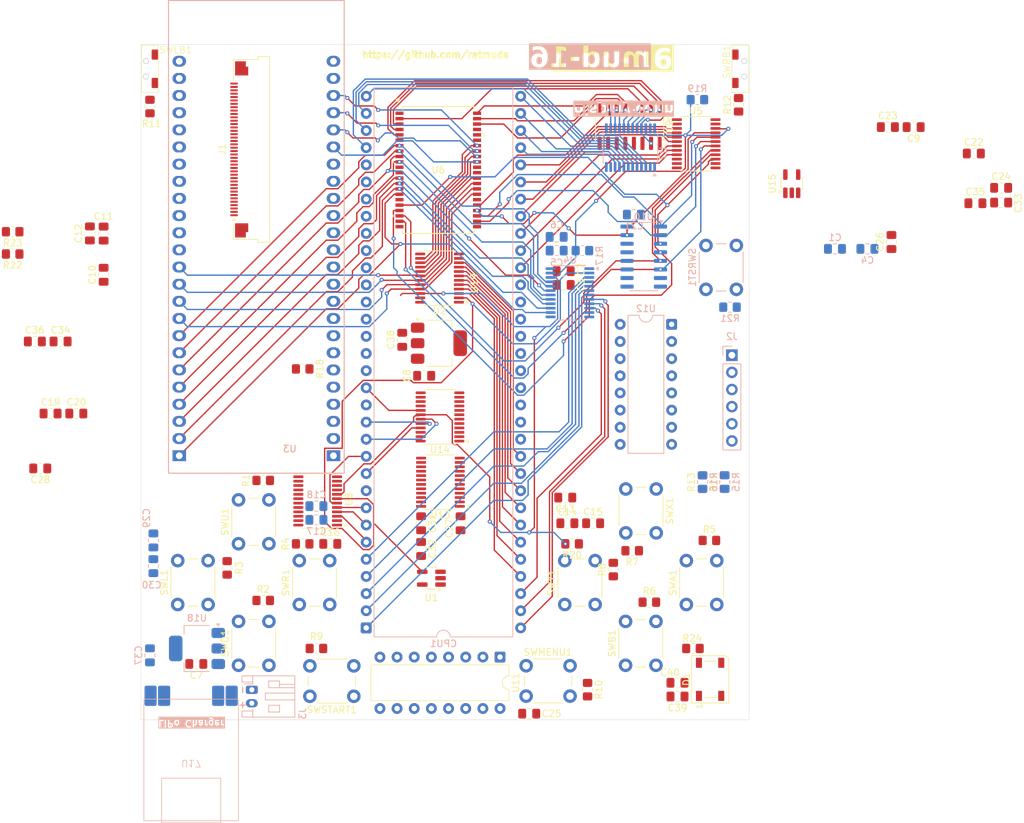
<source format=kicad_pcb>
(kicad_pcb (version 20241229) (generator "pcbnew") (generator_version "9.0")
  (layers (0 "F.Cu" signal) (4 "In1.Cu" signal "GND") (6 "In2.Cu" signal "PWR") (2 "B.Cu" signal) (13 "F.Paste" user) (15 "B.Paste" user) (5 "F.SilkS" user "F.Silkscreen") (7 "B.SilkS" user "B.Silkscreen") (1 "F.Mask" user) (3 "B.Mask" user) (25 "Edge.Cuts" user))
  (net 0 "")
  (net 1 "5V")
  (net 2 "GND")
  (net 3 "Net-(C2-Pad2)")
  (net 4 "3V3")
  (net 5 "Net-(C5-Pad2)")
  (net 6 "Net-(C23-Pad2)")
  (net 7 "Net-(C11-Pad2)")
  (net 8 "Net-(C14-Pad2)")
  (net 9 "Net-(C17-Pad2)")
  (net 10 "Net-(C19-Pad2)")
  (net 11 "Net-(C24-Pad2)")
  (net 12 "1V8")
  (net 13 "Net-(C29-Pad2)")
  (net 14 "Net-(C31-Pad2)")
  (net 15 "Net-(C34-Pad1)")
  (net 16 "CPU_D2")
  (net 17 "CLK")
  (net 18 "CPU_A6")
  (net 19 "CPU_D11")
  (net 20 "CPU_A7")
  (net 23 "CPU_A15")
  (net 24 "CPU_D9")
  (net 25 "CPU_A9")
  (net 26 "CPU_BGACK")
  (net 28 "CPU_A14")
  (net 29 "CPU_A12")
  (net 30 "CPU_A13")
  (net 31 "CPU_A3")
  (net 32 "CPU_A8")
  (net 34 "CPU_D6")
  (net 39 "CPU_D14")
  (net 40 "CPU_UDS")
  (net 41 "CPU_A5")
  (net 42 "CPU_D13")
  (net 43 "CPU_D3")
  (net 45 "CPU_D12")
  (net 46 "CPU_AS")
  (net 47 "CPU_D0")
  (net 48 "CPU_LDS")
  (net 49 "BTNRST")
  (net 50 "CPU_A4")
  (net 52 "Net-(CPU1-R{slash}~{W})")
  (net 53 "CPU_D4")
  (net 54 "CPU_D15")
  (net 55 "CPU_BR")
  (net 56 "CPU_D10")
  (net 57 "CPU_A2")
  (net 58 "CPU_A1")
  (net 59 "CPU_D1")
  (net 60 "CPU_D7")
  (net 62 "CPU_A11")
  (net 63 "CPU_DTACK")
  (net 65 "CPU_D8")
  (net 66 "CPU_D5")
  (net 67 "CPU_A10")
  (net 68 "CPU_BG")
  (net 74 "DB1")
  (net 75 "DB7")
  (net 76 "DFMARK")
  (net 79 "DB3")
  (net 81 "DB4")
  (net 82 "DB6")
  (net 83 "DB5")
  (net 84 "DB0")
  (net 87 "DWR")
  (net 89 "DB2")
  (net 90 "DRS")
  (net 92 "DRESET")
  (net 95 "/Input Sheet/EX2")
  (net 96 "/Input Sheet/EX3")
  (net 97 "/Input Sheet/EX1")
  (net 98 "/Input Sheet/EX0")
  (net 99 "Net-(J3-Pin_1)")
  (net 100 "Net-(J3-Pin_2)")
  (net 101 "/Input Sheet/BTNUP")
  (net 102 "/Input Sheet/BTNDOWN")
  (net 103 "/Input Sheet/BTNLEFT")
  (net 104 "/Input Sheet/BTNRIGHT")
  (net 105 "/Input Sheet/BTNA")
  (net 106 "/Input Sheet/BTNB")
  (net 107 "/Input Sheet/BTNX")
  (net 108 "/Input Sheet/BTNY")
  (net 109 "/Input Sheet/BTNSTART")
  (net 110 "/Input Sheet/BTNMENU")
  (net 111 "/Input Sheet/BTNLB")
  (net 112 "/Input Sheet/BTNRB")
  (net 113 "CPU_OE")
  (net 114 "UDS")
  (net 115 "LDS")
  (net 139 "CPU_R{slash}W")
  (net 140 "D15")
  (net 141 "D12")
  (net 142 "D9")
  (net 143 "D8")
  (net 144 "D14")
  (net 145 "D11")
  (net 146 "D13")
  (net 147 "D10")
  (net 148 "D1")
  (net 149 "1V8_BR")
  (net 150 "D3")
  (net 151 "ADDR_SER")
  (net 152 "R{slash}W")
  (net 153 "D2")
  (net 154 "INPUT_CLK")
  (net 155 "1V8_CLK")
  (net 156 "D7")
  (net 157 "ADDR_RCLK")
  (net 158 "ADDR_OE")
  (net 159 "ADDR_SRCLK")
  (net 160 "INPUT_QH")
  (net 161 "D5")
  (net 162 "ADDR_CLR")
  (net 163 "1V8_AS")
  (net 164 "1V8_BGACK")
  (net 166 "1V8_BG")
  (net 167 "D4")
  (net 168 "1V8_DTACK")
  (net 169 "INPUT_SH_LD")
  (net 170 "D0")
  (net 171 "1V8_CPU_OE")
  (net 172 "D6")
  (net 173 "A15")
  (net 174 "A14")
  (net 175 "A9")
  (net 176 "A13")
  (net 177 "A11")
  (net 178 "A12")
  (net 179 "A10")
  (net 180 "A6")
  (net 181 "A4")
  (net 182 "A7")
  (net 184 "*R{slash}W")
  (net 185 "A1")
  (net 187 "A3")
  (net 188 "A5")
  (net 191 "A2")
  (net 192 "A8")
  (net 193 "AS")
  (net 195 "BG")
  (net 196 "Net-(U10-SER)")
  (net 199 "Net-(U11-DS)")
  (net 203 "Net-(D1-VDD)")
  (net 204 "Net-(C39-Pad2)")
  (net 205 "Net-(D1-DIN)")
  (net 207 "Net-(U14-B6)")
  (net 208 "1V8_LED")
  (footprint "Capacitor_SMD:C_0805_2012Metric_Pad1.18x1.45mm_HandSolder" (layer "F.Cu") (at 43.18 141.732 180)
    (property "Reference" "C7")
    (property "Value" "10uF")
  )
  (footprint "Resistor_SMD:R_0805_2012Metric_Pad1.20x1.40mm_HandSolder" (layer "F.Cu") (at 58.928 123.952)
    (property "Reference" "R4")
    (property "Value" "10k")
  )
  (footprint "Package_TO_SOT_SMD:SOT-23-5_HandSoldering" (layer "F.Cu") (at 131.318 70.612 90)
    (property "Reference" "U15")
    (property "Value" "74LVC1G04")
  )
  (footprint "Resistor_SMD:R_0805_2012Metric_Pad1.20x1.40mm_HandSolder" (layer "F.Cu") (at 16.002 81.026 180)
    (property "Reference" "R22")
    (property "Value" "10k")
  )
  (footprint "Capacitor_SMD:C_0805_2012Metric_Pad1.18x1.45mm_HandSolder" (layer "F.Cu") (at 73.66 93.726 90)
    (property "Reference" "C38")
    (property "Value" "22uF")
  )
  (footprint "Connector_FFC-FPC:Amphenol_F32R-1A7x1-11040_1x40-1MP_P0.5mm_Horizontal" (layer "F.Cu") (at 51.668 65.532 90)
    (property "Reference" "J1")
    (property "Value" "Conn_01x40_MountingPin")
  )
  (footprint "Capacitor_SMD:C_0805_2012Metric_Pad1.18x1.45mm_HandSolder" (layer "F.Cu") (at 158.2635 66.1416)
    (property "Reference" "C22")
    (property "Value" "0.1uF")
  )
  (footprint "LED_SMD:LED_WS2812B_PLCC4_5.0x5.0mm_P3.2mm" (layer "F.Cu") (at 119.228 144.018 90)
    (property "Reference" "D1")
    (property "Value" "WS2812B")
  )
  (footprint "Capacitor_SMD:C_0805_2012Metric_Pad1.18x1.45mm_HandSolder" (layer "F.Cu") (at 92.456 149.098 180)
    (property "Reference" "C25")
    (property "Value" "0.1uF")
  )
  (footprint "Capacitor_SMD:C_0805_2012Metric_Pad1.18x1.45mm_HandSolder" (layer "F.Cu") (at 29.464 84.0955 90)
    (property "Reference" "C10")
    (property "Value" "0.1uF")
  )
  (footprint "Capacitor_SMD:C_0805_2012Metric_Pad1.18x1.45mm_HandSolder" (layer "F.Cu") (at 145.542 62.23)
    (property "Reference" "C23")
    (property "Value" "0.1uF")
  )
  (footprint "Resistor_SMD:R_0805_2012Metric_Pad1.20x1.40mm_HandSolder" (layer "F.Cu") (at 60.96 139.446 180)
    (property "Reference" "R9")
    (property "Value" "10k")
  )
  (footprint "Capacitor_SMD:C_0805_2012Metric_Pad1.18x1.45mm_HandSolder" (layer "F.Cu") (at 21.6115 104.648)
    (property "Reference" "C19")
    (property "Value" "0.1uF")
  )
  (footprint "Capacitor_SMD:C_0805_2012Metric_Pad1.18x1.45mm_HandSolder" (layer "F.Cu") (at 114.402 146.558 180)
    (property "Reference" "C39")
    (property "Value" "0.1uF")
  )
  (footprint "Capacitor_SMD:C_0805_2012Metric_Pad1.18x1.45mm_HandSolder" (layer "F.Cu") (at 25.4215 104.648)
    (property "Reference" "C20")
    (property "Value" "10uF")
  )
  (footprint "Resistor_SMD:R_0805_2012Metric_Pad1.20x1.40mm_HandSolder" (layer "F.Cu") (at 104.902 127.762 90)
    (property "Reference" "R8")
    (property "Value" "10k")
  )
  (footprint "Resistor_SMD:R_0805_2012Metric_Pad1.20x1.40mm_HandSolder" (layer "F.Cu") (at 123.444 58.928 90)
    (property "Reference" "R12")
    (property "Value" "10k")
  )
  (footprint "ray:SW_SIDE_PUSH_3x6mm" (layer "F.Cu") (at 123.698 53.594 -90)
    (property "Reference" "SWRB1")
    (property "Value" "ESPRST")
    (fp_circle (center -1.15 -0.6) (end -0.75 -0.6) (stroke (width 0.1)) (fill no) (layer "Edge.Cuts"))
    (fp_circle (center 1.15 -0.6) (end 1.55 -0.6) (stroke (width 0.1)) (fill no) (layer "Edge.Cuts"))
  )
  (footprint "Resistor_SMD:R_0805_2012Metric_Pad1.20x1.40mm_HandSolder" (layer "F.Cu") (at 58.928 98.044 180)
    (property "Reference" "R18")
    (property "Value" "10k")
  )
  (footprint "Capacitor_SMD:C_0805_2012Metric_Pad1.18x1.45mm_HandSolder" (layer "F.Cu") (at 97.5575 83.566)
    (property "Reference" "C2")
    (property "Value" "0.1uF")
  )
  (footprint "Capacitor_SMD:C_0805_2012Metric_Pad1.18x1.45mm_HandSolder" (layer "F.Cu") (at 76.906858 99.06)
    (property "Reference" "C8")
    (property "Value" "10uF")
  )
  (footprint "Resistor_SMD:R_0805_2012Metric_Pad1.20x1.40mm_HandSolder" (layer "F.Cu") (at 53.086 114.554)
    (property "Reference" "R1")
    (property "Value" "10k")
  )
  (footprint "Capacitor_SMD:C_0805_2012Metric_Pad1.18x1.45mm_HandSolder" (layer "F.Cu") (at 149.352 62.23 180)
    (property "Reference" "C9")
    (property "Value" "10uF")
  )
  (footprint "Capacitor_SMD:C_0805_2012Metric_Pad1.18x1.45mm_HandSolder" (layer "F.Cu") (at 114.402 144.526)
    (property "Reference" "C40")
    (property "Value" "10uF")
  )
  (footprint "Capacitor_SMD:C_0805_2012Metric_Pad1.18x1.45mm_HandSolder" (layer "F.Cu") (at 162.306 73.406)
    (property "Reference" "C33")
    (property "Value" "0.1uF")
  )
  (footprint "Package_TO_SOT_SMD:SOT-223-3_TabPin2" (layer "F.Cu") (at 79.090858 94.234)
    (property "Reference" "U19")
    (property "Value" "AMS1117-1.8")
  )
  (footprint "ray:SW_PUSH_6mm" (layer "F.Cu") (at 40.43 132.934 90)
    (property "Reference" "SWL1")
    (property "Value" "SW_DPST")
  )
  (footprint "Package_SO:TSSOP-24_4.4x7.8mm_P0.65mm" (layer "F.Cu") (at 117.1625 64.699)
    (property "Reference" "U5")
    (property "Value" "SN74LVC8T245")
  )
  (footprint "ray:SW_PUSH_6mm" (layer "F.Cu") (at 92 142)
    (property "Reference" "SWMENU1")
    (property "Value" "SW_DPST")
  )
  (footprint "Resistor_SMD:R_0805_2012Metric_Pad1.20x1.40mm_HandSolder" (layer "F.Cu") (at 118.11 114.808 90)
    (property "Reference" "R13")
    (property "Value" "10k")
  )
  (footprint "Package_TO_SOT_SMD:SOT-23-5_HandSoldering" (layer "F.Cu") (at 77.978 129.032 180)
    (property "Reference" "U1")
    (property "Value" "74LVC1G04")
  )
  (footprint "ray:SW_PUSH_6mm" (layer "F.Cu") (at 115.716 132.934 90)
    (property "Reference" "SWA1")
    (property "Value" "SW_DPST")
  )
  (footprint "Capacitor_SMD:C_0805_2012Metric_Pad1.18x1.45mm_HandSolder" (layer "F.Cu") (at 98.102928 120.904)
    (property "Reference" "C14")
    (property "Value" "0.1uF")
  )
  (footprint "ray:SW_PUSH_6mm" (layer "F.Cu") (at 106.716 141.934 90)
    (property "Reference" "SWB1")
    (property "Value" "SW_DPST")
  )
  (footprint "Package_SO:TSSOP-24_4.4x7.8mm_P0.65mm" (layer "F.Cu") (at 79.248 105.156 180)
    (property "Reference" "U14")
    (property "Value" "SN74LVC8T245")
  )
  (footprint "Capacitor_SMD:C_0805_2012Metric_Pad1.18x1.45mm_HandSolder" (layer "F.Cu") (at 82.296 120.904 90)
    (property "Reference" "C27")
    (property "Value" "0.1uF")
  )
  (footprint "Resistor_SMD:R_0805_2012Metric_Pad1.20x1.40mm_HandSolder" (layer "F.Cu") (at 107.696 124.968 180)
    (property "Reference" "R7")
    (property "Value" "10k")
  )
  (footprint "ray:SW_PUSH_6mm" (layer "F.Cu") (at 58.43 132.934 90)
    (property "Reference" "SWR1")
    (property "Value" "SW_DPST")
  )
  (footprint "Capacitor_SMD:C_0805_2012Metric_Pad1.18x1.45mm_HandSolder" (layer "F.Cu") (at 158.496 73.5076)
    (property "Reference" "C35")
    (property "Value" "0.1uF")
  )
  (footprint "Resistor_SMD:R_0805_2012Metric_Pad1.20x1.40mm_HandSolder" (layer "F.Cu") (at 16.002 77.724 180)
    (property "Reference" "R23")
    (property "Value" "10k")
  )
  (footprint "Resistor_SMD:R_0805_2012Metric_Pad1.20x1.40mm_HandSolder" (layer "F.Cu") (at 101.092 145.542 -90)
    (property "Reference" "R10")
    (property "Value" "10k")
  )
  (footprint "Package_SO:TSSOP-24_4.4x7.8mm_P0.65mm" (layer "F.Cu") (at 61.1455 117.591 180)
    (property "Reference" "U8")
    (property "Value" "SN74LVC8T245")
  )
  (footprint "ray:SW_PUSH_6mm" (layer "F.Cu") (at 97.716 132.934 90)
    (property "Reference" "SWY1")
    (property "Value" "SW_DPST")
  )
  (footprint "ray:SW_PUSH_6mm" (layer "F.Cu") (at 49.43 141.934 90)
    (property "Reference" "SWD1")
    (property "Value" "SW_DPST")
  )
  (footprint "Capacitor_SMD:C_0805_2012Metric_Pad1.18x1.45mm_HandSolder" (layer "F.Cu") (at 20.0875 112.776 180)
    (property "Reference" "C28")
    (property "Value" "0.1uF")
  )
  (footprint "Resistor_SMD:R_0805_2012Metric_Pad1.20x1.40mm_HandSolder" (layer "F.Cu") (at 110.236 132.588)
    (property "Reference" "R6")
    (property "Value" "10k")
  )
  (footprint "Capacitor_SMD:C_0805_2012Metric_Pad1.18x1.45mm_HandSolder" (layer "F.Cu") (at 97.79 117.094 180)
    (property "Reference" "C13")
    (property "Value" "0.1uF")
  )
  (footprint "Resistor_SMD:R_0805_2012Metric_Pad1.20x1.40mm_HandSolder" (layer "F.Cu") (at 53.086 132.334)
    (property "Reference" "R2")
    (property "Value" "10k")
  )
  (footprint "Resistor_SMD:R_0805_2012Metric_Pad1.20x1.40mm_HandSolder" (layer "F.Cu") (at 98.806 123.952 180)
    (property "Reference" "R20")
    (property "Value" "10k")
  )
  (footprint "Package_SO:TSSOP-24_4.4x7.8mm_P0.65mm" (layer "F.Cu") (at 79.3165 114.819 180)
    (property "Reference" "U13")
    (property "Value" "SN74LVC8T245")
  )
  (footprint "Capacitor_SMD:C_0805_2012Metric_Pad1.18x1.45mm_HandSolder" (layer "F.Cu") (at 23.0925 93.98)
    (property "Reference" "C34")
    (property "Value" "10uF")
  )
  (footprint "Capacitor_SMD:C_0805_2012Metric_Pad1.18x1.45mm_HandSolder" (layer "F.Cu") (at 101.912928 120.904)
    (property "Reference" "C15")
    (property "Value" "1uF")
  )
  (footprint "Resistor_SMD:R_0805_2012Metric_Pad1.20x1.40mm_HandSolder" (layer "F.Cu") (at 47.752 127.508 90)
    (property "Reference" "R3")
    (property "Value" "10k")
  )
  (footprint "Resistor_SMD:R_0805_2012Metric_Pad1.20x1.40mm_HandSolder" (layer "F.Cu") (at 36.322 59.182 90)
    (property "Reference" "R11")
    (property "Value" "10k")
  )
  (footprint "Capacitor_SMD:C_0805_2012Metric_Pad1.18x1.45mm_HandSolder" (layer "F.Cu") (at 63.0135 123.952)
    (property "Reference" "C16")
    (property "Value" "0.1uF")
  )
  (footprint "Resistor_SMD:R_0805_2012Metric_Pad1.20x1.40mm_HandSolder" (layer "F.Cu") (at 119.126 123.444)
    (property "Reference" "R5")
    (property "Value" "10k")
  )
  (footprint "Capacitor_SMD:C_0805_2012Metric_Pad1.18x1.45mm_HandSolder" (layer "F.Cu") (at 76.454 120.904 -90)
    (property "Reference" "C31")
    (property "Value" "0.1uF")
  )
  (footprint "Capacitor_SMD:C_0805_2012Metric_Pad1.18x1.45mm_HandSolder" (layer "F.Cu") (at 19.2825 93.98)
    (property "Reference" "C36")
    (property "Value" "0.1uF")
  )
  (footprint "Package_SO:SOIC-16_3.9x9.9mm_P1.27mm" (layer "F.Cu") (at 107.315 62.165 -90)
    (property "Reference" "U9")
    (property "Value" "74HC595")
  )
  (footprint "Capacitor_SMD:C_0805_2012Metric_Pad1.18x1.45mm_HandSolder" (layer "F.Cu") (at 76.454 124.714 -90)
    (property "Reference" "C32")
    (property "Value" "1uF")
  )
  (footprint "ray:SW_PUSH_6mm" (layer "F.Cu") (at 111.252 115.824 -90)
    (property "Reference" "SWX1")
    (property "Value" "SW_DPST")
  )
  (footprint "Package_DIP:DIP-16_W7.62mm" (layer "F.Cu") (at 88.138 140.716 -90)
    (property "Reference" "U11")
    (property "Value" "74HC165")
  )
  (footprint "Package_SO:TSSOP-24_4.4x7.8mm_P0.65mm" (layer "F.Cu") (at 79.1795 84.593 180)
    (property "Reference" "U2")
    (property "Value" "SN74LVC8T245")
  )
  (footprint "Capacitor_SMD:C_0805_2012Metric_Pad1.18x1.45mm_HandSolder" (layer "F.Cu") (at 97.5575 85.598 180)
    (property "Reference" "C3")
    (property "Value" "1uF")
  )
  (footprint "ray:SW_PUSH_6mm" (layer "F.Cu") (at 49.43 123.934 90)
    (property "Reference" "SWU1")
    (property "Value" "SW_DPST")
  )
  (footprint "ray:SW_SIDE_PUSH_3x6mm" (layer "F.Cu") (at 36.322 53.594 90)
    (property "Reference" "SWLB1")
    (property "Value" "ESPRST")
    (fp_circle (center 1.15 -0.6) (end 1.55 -0.6) (stroke (width 0.1)) (fill no) (layer "Edge.Cuts"))
    (fp_circle (center -1.15 -0.6) (end -0.75 -0.6) (stroke (width 0.1)) (fill no) (layer "Edge.Cuts"))
  )
  (footprint "Capacitor_SMD:C_0805_2012Metric_Pad1.18x1.45mm_HandSolder" (layer "F.Cu") (at 29.464 77.9995 -90)
    (property "Reference" "C11")
    (property "Value" "0.1uF")
  )
  (footprint "AS7C513B:TSOP-44_10P2X18P4_ALL" (layer "F.Cu") (at 78.994 68.58)
    (property "Reference" "U6")
    (property "Value" "AS7C3513B")
  )
  (footprint "Resistor_SMD:R_0805_2012Metric_Pad1.20x1.40mm_HandSolder" (layer "F.Cu") (at 116.688 139.446 180)
    (property "Reference" "R24")
    (property "Value" "330")
  )
  (footprint "Capacitor_SMD:C_0805_2012Metric_Pad1.18x1.45mm_HandSolder" (layer "F.Cu") (at 162.306 71.2216)
    (property "Reference" "C24")
    (property "Value" "10uF")
  )
  (footprint "Resistor_SMD:R_0805_2012Metric_Pad1.20x1.40mm_HandSolder" (layer "F.Cu") (at 121.354 114.792 90)
    (property "Reference" "R14")
    (property "Value" "10k")
  )
  (footprint "Capacitor_SMD:C_0805_2012Metric_Pad1.18x1.45mm_HandSolder" (layer "F.Cu") (at 27.432 77.978 90)
    (property "Reference" "C12")
    (property "Value" "1uF")
  )
  (footprint "ray:SW_PUSH_6mm" (layer "F.Cu") (at 66.496 146.522 180)
    (property "Reference" "SWSTART1")
    (property "Value" "SW_DPST")
  )
  (footprint "Capacitor_SMD:C_0805_2012Metric_Pad1.18x1.45mm_HandSolder" (layer "F.Cu") (at 146.0715 79.248 90)
    (property "Reference" "C26")
    (property "Value" "0.1uF")
  )
  (footprint "Package_SO:SOIC-16_3.9x9.9mm_P1.27mm" (layer "B.Cu") (at 109.409 81.407 180)
    (property "Reference" "U10")
    (property "Value" "74HC595")
  )
  (footprint "Capacitor_SMD:C_0805_2012Metric_Pad1.18x1.45mm_HandSolder" (layer "B.Cu") (at 137.711 80.264 180)
    (property "Reference" "C1")
    (property "Value" "0.1uF")
  )
  (footprint "Resistor_SMD:R_0805_2012Metric_Pad1.20x1.40mm_HandSolder" (layer "B.Cu") (at 122.174 88.9)
    (property "Reference" "R21")
    (property "Value" "10k")
  )
  (footprint "Package_SO:TSSOP-24_4.4x7.8mm_P0.65mm" (layer "B.Cu") (at 98.4835 86.767 180)
    (property "Reference" "U4")
    (property "Value" "SN74LVC8T245")
  )
  (footprint "Capacitor_SMD:C_0805_2012Metric_Pad1.18x1.45mm_HandSolder" (layer "B.Cu") (at 36.83 127.254 -90)
    (property "Reference" "C30")
    (property "Value" "1uF")
  )
  (footprint "ray:3.7V_LiPo_Charging_Board" (layer "B.Cu") (at 42.418 155.956)
    (property "Reference" "U17")
    (property "Value" "~")
  )
  (footprint "Capacitor_SMD:C_0805_2012Metric_Pad1.18x1.45mm_HandSolder" (layer "B.Cu") (at 142.5155 80.264)
    (property "Reference" "C4")
    (property "Value" "0.1uF")
  )
  (footprint "Package_DIP:DIP-64_W22.86mm" (layer "B.Cu") (at 68.331 136.398)
    (property "Reference" "CPU1")
    (property "Value" "MC68010P")
  )
  (footprint "nosuz_symbols:DIP-48_TangNano9K" (layer "B.Cu") (at 52.07 81.686 90)
    (property "Reference" "U3")
    (property "Value" "Tang_Nano_9K" (hide yes))
  )
  (footprint "Capacitor_SMD:C_0805_2012Metric_Pad1.18x1.45mm_HandSolder" (layer "B.Cu") (at 60.96 120.396)
    (property "Reference" "C17")
    (property "Value" "0.1uF")
  )
  (footprint "Resistor_SMD:R_0805_2012Metric_Pad1.20x1.40mm_HandSolder" (layer "B.Cu") (at 121.412 114.792 90)
    (property "Reference" "R15")
    (property "Value" "10k")
  )
  (footprint "Capacitor_SMD:C_0805_2012Metric_Pad1.18x1.45mm_HandSolder" (layer "B.Cu") (at 36.83 123.444 -90)
    (property "Reference" "C29")
    (property "Value" "0.1uF")
  )
  (footprint "Resistor_SMD:R_0805_2012Metric_Pad1.20x1.40mm_HandSolder" (layer "B.Cu") (at 117.348 58.166 180)
    (property "Reference" "R19")
    (property "Value" "10k")
  )
  (footprint "Resistor_SMD:R_0805_2012Metric_Pad1.20x1.40mm_HandSolder" (layer "B.Cu") (at 100.33 80.518 180)
    (property "Reference" "R17")
    (property "Value" "10k")
  )
  (footprint "Package_SO:TSSOP-24_4.4x7.8mm_P0.65mm" (layer "B.Cu") (at 107.442 65.278 90)
    (property "Reference" "U7")
    (property "Value" "SN74LVC8T245")
  )
  (footprint "Capacitor_SMD:C_0805_2012Metric_Pad1.18x1.45mm_HandSolder" (layer "B.Cu") (at 96.52 80.518 180)
    (property "Reference" "C5")
    (property "Value" "0.1uF")
  )
  (footprint "Package_TO_SOT_SMD:SOT-223-3_TabPin2" (layer "B.Cu") (at 43.282 139.446 180)
    (property "Reference" "U18")
    (property "Value" "AMS1117-3.3")
  )
  (footprint "Package_DIP:DIP-16_W7.62mm" (layer "B.Cu") (at 113.538 91.44 180)
    (property "Reference" "U12")
    (property "Value" "74HC165")
  )
  (footprint "Connector_JST:JST_PH_S2B-PH-K_1x02_P2.00mm_Horizontal" (layer "B.Cu") (at 51.398 145.558 -90)
    (property "Reference" "J3")
    (property "Value" "Conn_01x02_Pin")
  )
  (footprint "Connector_PinSocket_2.54mm:PinSocket_1x06_P2.54mm_Vertical" (layer "B.Cu") (at 122.453 96.012 180)
    (property "Reference" "J2")
    (property "Value" "Conn_01x06_Pin")
  )
  (footprint "Capacitor_SMD:C_0805_2012Metric_Pad1.18x1.45mm_HandSolder" (layer "B.Cu") (at 60.96 118.364 180)
    (property "Reference" "C18")
    (property "Value" "1uF")
  )
  (footprint "ray:SW_PUSH_6mm" (layer "B.Cu") (at 118.618 79.756 -90)
    (property "Reference" "SWRST1")
    (property "Value" "SW_DPST")
  )
  (footprint "Capacitor_SMD:C_0805_2012Metric_Pad1.18x1.45mm_HandSolder" (layer "B.Cu") (at 96.52 78.486)
    (property "Reference" "C6")
    (property "Value" "1uF")
  )
  (footprint "Resistor_SMD:R_0805_2012Metric_Pad1.20x1.40mm_HandSolder" (layer "B.Cu") (at 118.11 114.792 90)
    (property "Reference" "R16")
    (property "Value" "10k")
  )
  (footprint "Capacitor_SMD:C_0805_2012Metric_Pad1.18x1.45mm_HandSolder" (layer "B.Cu") (at 36.322 140.462 -90)
    (property "Reference" "C37")
    (property "Value" "22uF")
  )
  (footprint "Capacitor_SMD:C_0805_2012Metric_Pad1.18x1.45mm_HandSolder" (layer "B.Cu") (at 107.95 75.184)
    (property "Reference" "C21")
    (property "Value" "0.1uF")
  )
  (gr_rect (start 35 50) (end 125 150) (stroke (width 0.05)) (fill no) (layer "Edge.Cuts"))
  (gr_text "mud-16" (at 95.758 54.102 0) (layer "F.SilkS" knockout) (effects (font (size 3 3) (thickness 0.2) (bold yes)) (justify left bottom)))
  (gr_text "https://github.com/ratmuds" (at 67.564 52.07 0) (layer "F.SilkS") (effects (font (size 1 1) (thickness 0.25) (bold yes)) (justify left bottom)))
  (gr_text "-" (at 49.53 146.304 270) (layer "B.SilkS") (effects (font (size 1 1) (thickness 0.2) (bold yes)) (justify left bottom mirror)))
  (gr_text "mud-16" (at 110.49 53.848 -0) (layer "B.SilkS" knockout) (effects (font (size 3 3) (thickness 0.2) (bold yes)) (justify left bottom mirror)))
  (gr_text "+" (at 49.53 148.59 270) (layer "B.SilkS") (effects (font (size 1 1) (thickness 0.2) (bold yes)) (justify left bottom mirror)))
  (gr_text "display conn" (at 99.06 58.674 180) (layer "B.SilkS" knockout) (effects (font (size 1.5 1.5) (thickness 0.2) (bold yes)) (justify left bottom mirror)))
  (segment (start 87.212 112.437) (end 68.331 131.318) (width 0.2) (layer "B.Cu") (net 16))
  (segment (start 95.246685 110.297) (end 93.78705 110.297) (width 0.2) (layer "B.Cu") (net 16))
  (segment (start 99.314 106.229686) (end 95.246685 110.297) (width 0.2) (layer "B.Cu") (net 16))
  (segment (start 99.314 86.924272) (end 99.314 106.229686) (width 0.2) (layer "B.Cu") (net 16))
  (segment (start 93.78705 110.297) (end 91.64705 112.437) (width 0.2) (layer "B.Cu") (net 16))
  (segment (start 101.346 85.792) (end 100.446272 85.792) (width 0.2) (layer "B.Cu") (net 16))
  (segment (start 100.446272 85.792) (end 99.314 86.924272) (width 0.2) (layer "B.Cu") (net 16))
  (segment (start 91.64705 112.437) (end 87.212 112.437) (width 0.2) (layer "B.Cu") (net 16))
  (segment (start 76.3855 104.181) (end 71.674 104.181) (width 0.2) (layer "F.Cu") (net 17))
  (segment (start 71.674 104.181) (end 68.331 100.838) (width 0.2) (layer "F.Cu") (net 17))
  (segment (start 104.517999 65.454) (end 96.447 65.454) (width 0.2) (layer "B.Cu") (net 18))
  (segment (start 106.467 67.403001) (end 104.517999 65.454) (width 0.2) (layer "B.Cu") (net 18))
  (segment (start 96.447 65.454) (end 91.191 60.198) (width 0.2) (layer "B.Cu") (net 18))
  (segment (start 106.467 68.1405) (end 106.467 67.403001) (width 0.2) (layer "B.Cu") (net 18))
  (segment (start 88.49 90.094945) (end 88.49 118.457) (width 0.2) (layer "F.Cu") (net 19))
  (segment (start 88.49 118.457) (end 91.191 121.158) (width 0.2) (layer "F.Cu") (net 19))
  (segment (start 82.042 84.918) (end 83.313058 84.918) (width 0.2) (layer "F.Cu") (net 19))
  (segment (start 83.313058 84.918) (end 88.49 90.094945) (width 0.2) (layer "F.Cu") (net 19))
  (segment (start 94.306999 65.853999) (end 91.191 62.738) (width 0.2) (layer "B.Cu") (net 20))
  (segment (start 104.187869 65.853999) (end 94.306999 65.853999) (width 0.2) (layer "B.Cu") (net 20))
  (segment (start 105.817 67.48313) (end 104.187869 65.853999) (width 0.2) (layer "B.Cu") (net 20))
  (segment (start 105.817 68.1405) (end 105.817 67.48313) (width 0.2) (layer "B.Cu") (net 20))
  (segment (start 111.6725 67.564) (end 106.685 67.564) (width 0.2) (layer "F.Cu") (net 23))
  (segment (start 106.685 67.564) (end 91.191 83.058) (width 0.2) (layer "F.Cu") (net 23))
  (segment (start 112.9125 66.324) (end 111.6725 67.564) (width 0.2) (layer "F.Cu") (net 23))
  (segment (start 114.3 66.324) (end 112.9125 66.324) (width 0.2) (layer "F.Cu") (net 23))
  (segment (start 82.042 86.218) (end 83.481685 86.218) (width 0.2) (layer "F.Cu") (net 24))
  (segment (start 87.69 122.737) (end 91.191 126.238) (width 0.2) (layer "F.Cu") (net 24))
  (segment (start 87.69 90.426315) (end 87.69 122.737) (width 0.2) (layer "F.Cu") (net 24))
  (segment (start 83.481685 86.218) (end 87.69 90.426315) (width 0.2) (layer "F.Cu") (net 24))
  (segment (start 96.94366 67.818) (end 91.191 67.818) (width 0.2) (layer "F.Cu") (net 25))
  (segment (start 102.597661 62.164) (end 96.94366 67.818) (width 0.2) (layer "F.Cu") (net 25))
  (segment (start 112.858024 62.424) (end 112.598023 62.164) (width 0.2) (layer "F.Cu") (net 25))
  (segment (start 112.598023 62.164) (end 102.597661 62.164) (width 0.2) (layer "F.Cu") (net 25))
  (segment (start 114.3 62.424) (end 112.858024 62.424) (width 0.2) (layer "F.Cu") (net 25))
  (segment (start 78.049 105.481) (end 76.3855 105.481) (width 0.2) (layer "F.Cu") (net 26))
  (segment (start 78.74 106.172) (end 78.049 105.481) (width 0.2) (layer "F.Cu") (net 26))
  (via (at 78.74 106.172) (size 0.6) (drill 0.3) (layers "F.Cu" "B.Cu") (net 26))
  (segment (start 68.331 108.458) (end 76.454 108.458) (width 0.2) (layer "B.Cu") (net 26))
  (segment (start 76.454 108.458) (end 78.74 106.172) (width 0.2) (layer "B.Cu") (net 26))
  (segment (start 104.763002 66.945998) (end 91.191 80.518) (width 0.2) (layer "F.Cu") (net 28))
  (segment (start 114.3 65.674) (end 112.9125 65.674) (width 0.2) (layer "F.Cu") (net 28))
  (segment (start 112.9125 65.674) (end 111.640502 66.945998) (width 0.2) (layer "F.Cu") (net 28))
  (segment (start 111.640502 66.945998) (end 104.763002 66.945998) (width 0.2) (layer "F.Cu") (net 28))
  (segment (start 103.210968 65.916) (end 100.713 65.916) (width 0.2) (layer "F.Cu") (net 29))
  (segment (start 112.100968 63.364) (end 103.731032 63.364) (width 0.2) (layer "F.Cu") (net 29))
  (segment (start 113.110968 64.374) (end 112.100968 63.364) (width 0.2) (layer "F.Cu") (net 29))
  (segment (start 103.731032 63.364) (end 103.471 63.624032) (width 0.2) (layer "F.Cu") (net 29))
  (segment (start 103.471 65.655968) (end 103.210968 65.916) (width 0.2) (layer "F.Cu") (net 29))
  (segment (start 100.713 65.916) (end 91.191 75.438) (width 0.2) (layer "F.Cu") (net 29))
  (segment (start 114.3 64.374) (end 113.110968 64.374) (width 0.2) (layer "F.Cu") (net 29))
  (segment (start 103.471 63.624032) (end 103.471 65.655968) (width 0.2) (layer "F.Cu") (net 29))
  (segment (start 111.546001 66.365999) (end 102.803001 66.365999) (width 0.2) (layer "F.Cu") (net 30))
  (segment (start 114.3 65.024) (end 112.888 65.024) (width 0.2) (layer "F.Cu") (net 30))
  (segment (start 112.361 65.655968) (end 112.100968 65.916) (width 0.2) (layer "F.Cu") (net 30))
  (segment (start 112.888 65.024) (end 112.361 65.551) (width 0.2) (layer "F.Cu") (net 30))
  (segment (start 111.996 65.916) (end 111.546001 66.365999) (width 0.2) (layer "F.Cu") (net 30))
  (segment (start 112.361 65.551) (end 112.361 65.655968) (width 0.2) (layer "F.Cu") (net 30))
  (segment (start 102.803001 66.365999) (end 91.191 77.978) (width 0.2) (layer "F.Cu") (net 30))
  (segment (start 112.100968 65.916) (end 111.996 65.916) (width 0.2) (layer "F.Cu") (net 30))
  (segment (start 100.183372 64.254) (end 105.267999 64.254) (width 0.2) (layer "B.Cu") (net 31))
  (segment (start 68.51395 55.918) (end 91.847371 55.918) (width 0.2) (layer "B.Cu") (net 31))
  (segment (start 108.417 67.403001) (end 108.417 68.1405) (width 0.2) (layer "B.Cu") (net 31))
  (segment (start 68.331 60.198) (end 67.23 59.097) (width 0.2) (layer "B.Cu") (net 31))
  (segment (start 105.267999 64.254) (end 108.417 67.403001) (width 0.2) (layer "B.Cu") (net 31))
  (segment (start 91.847371 55.918) (end 100.183372 64.254) (width 0.2) (layer "B.Cu") (net 31))
  (segment (start 67.23 57.20195) (end 68.51395 55.918) (width 0.2) (layer "B.Cu") (net 31))
  (segment (start 67.23 59.097) (end 67.23 57.20195) (width 0.2) (layer "B.Cu") (net 31))
  (segment (start 105.167 68.1405) (end 105.167 67.403001) (width 0.2) (layer "B.Cu") (net 32))
  (segment (start 92.166999 66.253999) (end 91.191 65.278) (width 0.2) (layer "B.Cu") (net 32))
  (segment (start 104.017998 66.253999) (end 92.166999 66.253999) (width 0.2) (layer "B.Cu") (net 32))
  (segment (start 105.167 67.403001) (end 104.017998 66.253999) (width 0.2) (layer "B.Cu") (net 32))
  (segment (start 95.464 129.585) (end 95.464 116.218154) (width 0.2) (layer "F.Cu") (net 34))
  (segment (start 103.632 108.050154) (end 103.632 89.154) (width 0.2) (layer "F.Cu") (net 34))
  (segment (start 103.632 89.154) (end 103.124 88.646) (width 0.2) (layer "F.Cu") (net 34))
  (segment (start 95.464 116.218154) (end 103.632 108.050154) (width 0.2) (layer "F.Cu") (net 34))
  (segment (start 91.191 133.858) (end 95.464 129.585) (width 0.2) (layer "F.Cu") (net 34))
  (via (at 103.124 88.646) (size 0.6) (drill 0.3) (layers "F.Cu" "B.Cu") (net 34))
  (segment (start 101.346 88.392) (end 102.87 88.392) (width 0.2) (layer "B.Cu") (net 34))
  (segment (start 102.87 88.392) (end 103.124 88.646) (width 0.2) (layer "B.Cu") (net 34))
  (segment (start 83.060116 82.968) (end 89.69 89.59789) (width 0.2) (layer "F.Cu") (net 39))
  (segment (start 89.69 89.59789) (end 89.69 112.037) (width 0.2) (layer "F.Cu") (net 39))
  (segment (start 82.042 82.968) (end 83.060116 82.968) (width 0.2) (layer "F.Cu") (net 39))
  (segment (start 89.69 112.037) (end 91.191 113.538) (width 0.2) (layer "F.Cu") (net 39))
  (segment (start 64.008 119.216) (end 66.389 119.216) (width 0.2) (layer "F.Cu") (net 40))
  (segment (start 66.389 119.216) (end 68.331 121.158) (width 0.2) (layer "F.Cu") (net 40))
  (segment (start 107.117 68.1405) (end 107.117 67.403001) (width 0.2) (layer "B.Cu") (net 41))
  (segment (start 98.587 65.054) (end 91.191 57.658) (width 0.2) (layer "B.Cu") (net 41))
  (segment (start 107.117 67.403001) (end 104.767999 65.054) (width 0.2) (layer "B.Cu") (net 41))
  (segment (start 104.767999 65.054) (end 98.587 65.054) (width 0.2) (layer "B.Cu") (net 41))
  (segment (start 89.29 89.763575) (end 89.29 114.177) (width 0.2) (layer "F.Cu") (net 42))
  (segment (start 89.29 114.177) (end 91.191 116.078) (width 0.2) (layer "F.Cu") (net 42))
  (segment (start 83.14443 83.618) (end 89.29 89.763575) (width 0.2) (layer "F.Cu") (net 42))
  (segment (start 82.042 83.618) (end 83.14443 83.618) (width 0.2) (layer "F.Cu") (net 42))
  (segment (start 91.30905 114.977) (end 87.212 114.977) (width 0.2) (layer "B.Cu") (net 43))
  (segment (start 99.822 86.981958) (end 99.822 106.46405) (width 0.2) (layer "B.Cu") (net 43))
  (segment (start 87.212 114.977) (end 68.331 133.858) (width 0.2) (layer "B.Cu") (net 43))
  (segment (start 101.346 86.442) (end 100.361958 86.442) (width 0.2) (layer "B.Cu") (net 43))
  (segment (start 100.361958 86.442) (end 99.822 86.981958) (width 0.2) (layer "B.Cu") (net 43))
  (segment (start 99.822 106.46405) (end 91.30905 114.977) (width 0.2) (layer "B.Cu") (net 43))
  (segment (start 82.042 84.268) (end 83.228744 84.268) (width 0.2) (layer "F.Cu") (net 45))
  (segment (start 88.89 89.92926) (end 88.89 116.317) (width 0.2) (layer "F.Cu") (net 45))
  (segment (start 88.89 116.317) (end 91.191 118.618) (width 0.2) (layer "F.Cu") (net 45))
  (segment (start 83.228744 84.268) (end 88.89 89.92926) (width 0.2) (layer "F.Cu") (net 45))
  (segment (start 64.745499 119.866) (end 68.331 123.451501) (width 0.2) (layer "F.Cu") (net 46))
  (segment (start 64.008 119.866) (end 64.745499 119.866) (width 0.2) (layer "F.Cu") (net 46))
  (segment (start 68.331 123.451501) (end 68.331 123.698) (width 0.2) (layer "F.Cu") (net 46))
  (segment (start 98.298 86.802501) (end 98.298 105.918) (width 0.2) (layer "B.Cu") (net 47))
  (segment (start 101.346 84.492) (end 100.608501 84.492) (width 0.2) (layer "B.Cu") (net 47))
  (segment (start 96.859 107.357) (end 87.212 107.357) (width 0.2) (layer "B.Cu") (net 47))
  (segment (start 100.608501 84.492) (end 98.298 86.802501) (width 0.2) (layer "B.Cu") (net 47))
  (segment (start 87.212 107.357) (end 68.331 126.238) (width 0.2) (layer "B.Cu") (net 47))
  (segment (start 98.298 105.918) (end 96.859 107.357) (width 0.2) (layer "B.Cu") (net 47))
  (segment (start 68.279 118.566) (end 68.331 118.618) (width 0.2) (layer "F.Cu") (net 48))
  (segment (start 64.008 118.566) (end 68.279 118.566) (width 0.2) (layer "F.Cu") (net 48))
  (segment (start 91.64705 56.557) (end 69.432 56.557) (width 0.2) (layer "B.Cu") (net 50))
  (segment (start 107.767 67.403001) (end 105.017998 64.653999) (width 0.2) (layer "B.Cu") (net 50))
  (segment (start 99.744049 64.653999) (end 91.64705 56.557) (width 0.2) (layer "B.Cu") (net 50))
  (segment (start 107.767 68.1405) (end 107.767 67.403001) (width 0.2) (layer "B.Cu") (net 50))
  (segment (start 105.017998 64.653999) (end 99.744049 64.653999) (width 0.2) (layer "B.Cu") (net 50))
  (segment (start 69.432 56.557) (end 68.331 57.658) (width 0.2) (layer "B.Cu") (net 50))
  (segment (start 92.292 114.559736) (end 92.292 116.70305) (width 0.2) (layer "B.Cu") (net 53))
  (segment (start 100.222 87.478501) (end 100.222 106.629736) (width 0.2) (layer "B.Cu") (net 53))
  (segment (start 92.292 116.70305) (end 91.47805 117.517) (width 0.2) (layer "B.Cu") (net 53))
  (segment (start 100.608501 87.092) (end 100.222 87.478501) (width 0.2) (layer "B.Cu") (net 53))
  (segment (start 87.212 117.517) (end 68.331 136.398) (width 0.2) (layer "B.Cu") (net 53))
  (segment (start 101.346 87.092) (end 100.608501 87.092) (width 0.2) (layer "B.Cu") (net 53))
  (segment (start 91.47805 117.517) (end 87.212 117.517) (width 0.2) (layer "B.Cu") (net 53))
  (segment (start 100.222 106.629736) (end 92.292 114.559736) (width 0.2) (layer "B.Cu") (net 53))
  (segment (start 82.042 82.318) (end 82.975802 82.318) (width 0.2) (layer "F.Cu") (net 54))
  (segment (start 82.975802 82.318) (end 90.09 89.432205) (width 0.2) (layer "F.Cu") (net 54))
  (segment (start 90.09 89.432205) (end 90.09 109.897) (width 0.2) (layer "F.Cu") (net 54))
  (segment (start 90.09 109.897) (end 91.191 110.998) (width 0.2) (layer "F.Cu") (net 54))
  (segment (start 76.4265 106.172) (end 76.3855 106.131) (width 0.2) (layer "F.Cu") (net 55))
  (segment (start 77.724 106.172) (end 76.4265 106.172) (width 0.2) (layer "F.Cu") (net 55))
  (via (at 77.724 106.172) (size 0.6) (drill 0.3) (layers "F.Cu" "B.Cu") (net 55))
  (segment (start 77.47 105.918) (end 77.724 106.172) (width 0.2) (layer "B.Cu") (net 55))
  (segment (start 68.331 105.918) (end 77.47 105.918) (width 0.2) (layer "B.Cu") (net 55))
  (segment (start 88.09 120.597) (end 91.191 123.698) (width 0.2) (layer "F.Cu") (net 56))
  (segment (start 83.39737 85.568) (end 88.09 90.26063) (width 0.2) (layer "F.Cu") (net 56))
  (segment (start 82.042 85.568) (end 83.39737 85.568) (width 0.2) (layer "F.Cu") (net 56))
  (segment (start 88.09 90.26063) (end 88.09 120.597) (width 0.2) (layer "F.Cu") (net 56))
  (segment (start 91.957199 55.517) (end 92.014886 55.517) (width 0.2) (layer "B.Cu") (net 57))
  (segment (start 105.517999 63.854) (end 100.351886 63.854) (width 0.2) (layer "B.Cu") (net 57))
  (segment (start 109.067 67.403001) (end 105.517999 63.854) (width 0.2) (layer "B.Cu") (net 57))
  (segment (start 92.014886 55.517) (end 99.567629 63.069743) (width 0.2) (layer "B.Cu") (net 57))
  (segment (start 91.918741 55.516) (end 91.956199 55.516) (width 0.2) (layer "B.Cu") (net 57))
  (segment (start 91.918741 55.518) (end 68.348265 55.518) (width 0.2) (layer "B.Cu") (net 57))
  (segment (start 66.83 61.237) (end 68.331 62.738) (width 0.2) (layer "B.Cu") (net 57))
  (segment (start 91.956199 55.516) (end 91.957199 55.517) (width 0.2) (layer "B.Cu") (net 57))
  (segment (start 68.348265 55.518) (end 66.83 57.036265) (width 0.2) (layer "B.Cu") (net 57))
  (segment (start 66.83 57.036265) (end 66.83 61.237) (width 0.2) (layer "B.Cu") (net 57))
  (segment (start 100.351886 63.854) (end 99.582943 63.085057) (width 0.2) (layer "B.Cu") (net 57))
  (segment (start 109.067 68.1405) (end 109.067 67.403001) (width 0.2) (layer "B.Cu") (net 57))
  (segment (start 109.717 68.1405) (end 109.717 67.403001) (width 0.2) (layer "B.Cu") (net 58))
  (segment (start 92.2 55.116) (end 68.183165 55.116) (width 0.2) (layer "B.Cu") (net 58))
  (segment (start 109.717 67.403001) (end 105.767999 63.454) (width 0.2) (layer "B.Cu") (net 58))
  (segment (start 66.43 63.377) (end 68.331 65.278) (width 0.2) (layer "B.Cu") (net 58))
  (segment (start 100.538 63.454) (end 92.2 55.116) (width 0.2) (layer "B.Cu") (net 58))
  (segment (start 66.43 56.869165) (end 66.43 63.377) (width 0.2) (layer "B.Cu") (net 58))
  (segment (start 105.767999 63.454) (end 100.538 63.454) (width 0.2) (layer "B.Cu") (net 58))
  (segment (start 68.183165 55.116) (end 66.43 56.869165) (width 0.2) (layer "B.Cu") (net 58))
  (segment (start 98.806 106.172) (end 95.081 109.897) (width 0.2) (layer "B.Cu") (net 59))
  (segment (start 87.212 109.897) (end 68.331 128.778) (width 0.2) (layer "B.Cu") (net 59))
  (segment (start 101.346 85.142) (end 100.530586 85.142) (width 0.2) (layer "B.Cu") (net 59))
  (segment (start 98.806 86.866586) (end 98.806 106.172) (width 0.2) (layer "B.Cu") (net 59))
  (segment (start 100.530586 85.142) (end 98.806 86.866586) (width 0.2) (layer "B.Cu") (net 59))
  (segment (start 95.081 109.897) (end 87.212 109.897) (width 0.2) (layer "B.Cu") (net 59))
  (segment (start 93.618 117.202) (end 103.124 107.696) (width 0.2) (layer "F.Cu") (net 60))
  (segment (start 93.618 128.891) (end 93.618 117.202) (width 0.2) (layer "F.Cu") (net 60))
  (segment (start 91.191 131.318) (end 93.618 128.891) (width 0.2) (layer "F.Cu") (net 60))
  (segment (start 103.124 107.696) (end 103.124 89.916) (width 0.2) (layer "F.Cu") (net 60))
  (segment (start 103.124 89.916) (end 102.616 89.408) (width 0.2) (layer "F.Cu") (net 60))
  (via (at 102.616 89.408) (size 0.6) (drill 0.3) (layers "F.Cu" "B.Cu") (net 60))
  (segment (start 102.616 89.408) (end 102.25 89.042) (width 0.2) (layer "B.Cu") (net 60))
  (segment (start 102.25 89.042) (end 101.346 89.042) (width 0.2) (layer "B.Cu") (net 60))
  (segment (start 92.99503 72.898) (end 91.191 72.898) (width 0.2) (layer "F.Cu") (net 62))
  (segment (start 113.026654 63.724) (end 112.266653 62.964) (width 0.2) (layer "F.Cu") (net 62))
  (segment (start 114.3 63.724) (end 113.026654 63.724) (width 0.2) (layer "F.Cu") (net 62))
  (segment (start 102.929033 62.964) (end 92.99503 72.898) (width 0.2) (layer "F.Cu") (net 62))
  (segment (start 112.266653 62.964) (end 102.929033 62.964) (width 0.2) (layer "F.Cu") (net 62))
  (segment (start 75.088 106.781) (end 68.331 113.538) (width 0.2) (layer "F.Cu") (net 63))
  (segment (start 76.3855 106.781) (end 75.088 106.781) (width 0.2) (layer "F.Cu") (net 63))
  (segment (start 87.29 124.877) (end 91.191 128.778) (width 0.2) (layer "F.Cu") (net 65))
  (segment (start 87.29 90.592) (end 87.29 124.877) (width 0.2) (layer "F.Cu") (net 65))
  (segment (start 83.566 86.868) (end 87.29 90.592) (width 0.2) (layer "F.Cu") (net 65))
  (segment (start 82.042 86.868) (end 83.566 86.868) (width 0.2) (layer "F.Cu") (net 65))
  (segment (start 95.864 131.725) (end 95.864 116.38384) (width 0.2) (layer "F.Cu") (net 66))
  (segment (start 91.191 136.398) (end 95.864 131.725) (width 0.2) (layer "F.Cu") (net 66))
  (segment (start 103.725043 88.231043) (end 103.725043 88.044957) (width 0.2) (layer "F.Cu") (net 66))
  (segment (start 95.864 116.38384) (end 104.14 108.10784) (width 0.2) (layer "F.Cu") (net 66))
  (segment (start 104.14 108.10784) (end 104.14 88.646) (width 0.2) (layer "F.Cu") (net 66))
  (segment (start 104.14 88.646) (end 103.725043 88.231043) (width 0.2) (layer "F.Cu") (net 66))
  (via (at 103.725043 88.044957) (size 0.6) (drill 0.3) (layers "F.Cu" "B.Cu") (net 66))
  (segment (start 103.422086 87.742) (end 103.725043 88.044957) (width 0.2) (layer "B.Cu") (net 66))
  (segment (start 101.346 87.742) (end 103.422086 87.742) (width 0.2) (layer "B.Cu") (net 66))
  (segment (start 114.3 63.074) (end 112.94234 63.074) (width 0.2) (layer "F.Cu") (net 67))
  (segment (start 102.763347 62.564) (end 94.969345 70.358) (width 0.2) (layer "F.Cu") (net 67))
  (segment (start 94.969345 70.358) (end 91.191 70.358) (width 0.2) (layer "F.Cu") (net 67))
  (segment (start 112.94234 63.074) (end 112.432338 62.564) (width 0.2) (layer "F.Cu") (net 67))
  (segment (start 112.432338 62.564) (end 102.763347 62.564) (width 0.2) (layer "F.Cu") (net 67))
  (segment (start 64.008 117.916) (end 63.270501 117.916) (width 0.2) (layer "F.Cu") (net 68))
  (segment (start 62.9695 117.614999) (end 62.9695 113.74713) (width 0.2) (layer "F.Cu") (net 68))
  (segment (start 63.270501 117.916) (end 62.9695 117.614999) (width 0.2) (layer "F.Cu") (net 68))
  (segment (start 65.71863 110.998) (end 68.331 110.998) (width 0.2) (layer "F.Cu") (net 68))
  (segment (start 62.9695 113.74713) (end 65.71863 110.998) (width 0.2) (layer "F.Cu") (net 68))
  (segment (start 76.271 104.831) (end 76.122 104.98) (width 0.2) (layer "F.Cu") (net 113))
  (segment (start 81.30413 109.232) (end 81.8 109.232) (width 0.2) (layer "F.Cu") (net 113))
  (segment (start 73.676 86.868) (end 73.406 87.138) (width 0.2) (layer "F.Cu") (net 113))
  (segment (start 65.0465 115.04713) (end 65.0465 116.23487) (width 0.2) (layer "F.Cu") (net 113))
  (segment (start 115.57 68.31137) (end 115.57 63.454) (width 0.2) (layer "F.Cu") (net 113))
  (segment (start 76.3855 104.831) (end 80.193 104.831) (width 0.2) (layer "F.Cu") (net 113))
  (segment (start 67.99463 112.099) (end 65.0465 115.04713) (width 0.2) (layer "F.Cu") (net 113))
  (segment (start 64.66537 116.616) (end 64.008 116.616) (width 0.2) (layer "F.Cu") (net 113))
  (segment (start 120.085 62.484) (end 120.025 62.424) (width 0.2) (layer "F.Cu") (net 113))
  (segment (start 65.0465 116.23487) (end 64.66537 116.616) (width 0.2) (layer "F.Cu") (net 113))
  (segment (start 75.57913 104.98) (end 75.347 105.21213) (width 0.2) (layer "F.Cu") (net 113))
  (segment (start 76.3855 104.831) (end 76.271 104.831) (width 0.2) (layer "F.Cu") (net 113))
  (segment (start 75.347 105.21213) (end 75.347 105.74987) (width 0.2) (layer "F.Cu") (net 113))
  (segment (start 93.218 93.472) (end 93.218 121.497) (width 0.2) (layer "F.Cu") (net 113))
  (segment (start 75.349565 105.752435) (end 69.003 112.099) (width 0.2) (layer "F.Cu") (net 113))
  (segment (start 115.10637 68.775) (end 115.57 68.31137) (width 0.2) (layer "F.Cu") (net 113))
  (segment (start 75.347 105.74987) (end 75.349565 105.752435) (width 0.2) (layer "F.Cu") (net 113))
  (segment (start 81.8 109.232) (end 86.614 114.046) (width 0.2) (layer "F.Cu") (net 113))
  (segment (start 86.614 114.046) (end 86.614 120.65) (width 0.2) (layer "F.Cu") (net 113))
  (segment (start 102.362 73.152) (end 106.739 68.775) (width 0.2) (layer "F.Cu") (net 113))
  (segment (start 106.739 68.775) (end 115.10637 68.775) (width 0.2) (layer "F.Cu") (net 113))
  (segment (start 80.193 104.831) (end 81.072 105.71) (width 0.2) (layer "F.Cu") (net 113))
  (segment (start 76.317 86.868) (end 73.676 86.868) (width 0.2) (layer "F.Cu") (net 113))
  (segment (start 121.92 62.484) (end 120.085 62.484) (width 0.2) (layer "F.Cu") (net 113))
  (segment (start 76.122 104.98) (end 75.57913 104.98) (width 0.2) (layer "F.Cu") (net 113))
  (segment (start 69.003 112.099) (end 67.99463 112.099) (width 0.2) (layer "F.Cu") (net 113))
  (segment (start 81.072 108.99987) (end 81.30413 109.232) (width 0.2) (layer "F.Cu") (net 113))
  (segment (start 81.072 105.71) (end 81.072 108.99987) (width 0.2) (layer "F.Cu") (net 113))
  (segment (start 76.317 86.868) (end 79.756 86.868) (width 0.2) (layer "F.Cu") (net 113))
  (segment (start 93.218 121.497) (end 92.456 122.259) (width 0.2) (layer "F.Cu") (net 113))
  (via (at 93.218 93.472) (size 0.6) (drill 0.3) (layers "F.Cu" "B.Cu") (net 113))
  (via (at 115.57 63.454) (size 0.6) (drill 0.3) (layers "F.Cu" "B.Cu") (net 113))
  (via (at 92.456 122.259) (size 0.6) (drill 0.3) (layers "F.Cu" "B.Cu") (net 113))
  (via (at 97.806 123.952) (size 0.6) (drill 0.3) (layers "F.Cu" "B.Cu") (net 113))
  (via (at 86.614 120.65) (size 0.6) (drill 0.3) (layers "F.Cu" "B.Cu") (net 113))
  (via (at 102.362 73.152) (size 0.6) (drill 0.3) (layers "F.Cu" "B.Cu") (net 113))
  (via (at 79.756 86.868) (size 0.6) (drill 0.3) (layers "F.Cu" "B.Cu") (net 113))
  (via (at 121.92 62.484) (size 0.6) (drill 0.3) (layers "F.Cu" "B.Cu") (net 113))
  (segment (start 88.223 122.259) (end 92.456 122.259) (width 0.2) (layer "B.Cu") (net 113))
  (segment (start 109.717 62.4155) (end 109.717 63.152999) (width 0.2) (layer "B.Cu") (net 113))
  (segment (start 116.348 62.676) (end 115.57 63.454) (width 0.2) (layer "B.Cu") (net 113))
  (segment (start 90.255 91.779) (end 85.344 86.868) (width 0.2) (layer "B.Cu") (net 113))
  (segment (start 99.33 76.184) (end 102.362 73.152) (width 0.2) (layer "B.Cu") (net 113))
  (segment (start 109.717 63.152999) (end 110.018001 63.454) (width 0.2) (layer "B.Cu") (net 113))
  (segment (start 115.57 63.454) (end 120.95 63.454) (width 0.2) (layer "B.Cu") (net 113))
  (segment (start 95.621 84.492) (end 96.358499 84.492) (width 0.2) (layer "B.Cu") (net 113))
  (segment (start 120.95 63.454) (end 121.92 62.484) (width 0.2) (layer "B.Cu") (net 113))
  (segment (start 96.6595 84.793001) (end 96.6595 90.61087) (width 0.2) (layer "B.Cu") (net 113))
  (segment (start 96.113 122.259) (end 97.806 123.952) (width 0.2) (layer "B.Cu") (net 113))
  (segment (start 85.344 86.868) (end 79.756 86.868) (width 0.2) (layer "B.Cu") (net 113))
  (segment (start 95.49137 91.779) (end 90.255 91.779) (width 0.2) (layer "B.Cu") (net 113))
  (segment (start 96.6595 90.61087) (end 95.49137 91.779) (width 0.2) (layer "B.Cu") (net 113))
  (segment (start 116.348 58.166) (end 116.348 62.676) (width 0.2) (layer "B.Cu") (net 113))
  (segment (start 86.614 120.65) (end 88.223 122.259) (width 0.2) (layer "B.Cu") (net 113))
  (segment (start 94.911 91.779) (end 93.218 93.472) (width 0.2) (layer "B.Cu") (net 113))
  (segment (start 96.358499 84.492) (end 96.6595 84.793001) (width 0.2) (layer "B.Cu") (net 113))
  (segment (start 95.49137 91.779) (end 94.911 91.779) (width 0.2) (layer "B.Cu") (net 113))
  (segment (start 110.018001 63.454) (end 115.57 63.454) (width 0.2) (layer "B.Cu") (net 113))
  (segment (start 99.33 81.520499) (end 99.33 80.518) (width 0.2) (layer "B.Cu") (net 113))
  (segment (start 96.358499 84.492) (end 99.33 81.520499) (width 0.2) (layer "B.Cu") (net 113))
  (segment (start 92.456 122.259) (end 96.113 122.259) (width 0.2) (layer "B.Cu") (net 113))
  (segment (start 99.33 80.518) (end 99.33 76.184) (width 0.2) (layer "B.Cu") (net 113))
  (segment (start 79.428916 100.086) (end 84.074 95.440916) (width 0.2) (layer "F.Cu") (net 139))
  (segment (start 68.53605 117.266) (end 69.432 118.16195) (width 0.2) (layer "F.Cu") (net 139))
  (segment (start 64.74295 121.667) (end 63.20163 121.667) (width 0.2) (layer "F.Cu") (net 139))
  (segment (start 69.432 124.15405) (end 68.78705 124.799) (width 0.2) (layer "F.Cu") (net 139))
  (segment (start 74.947698 99.737) (end 75.296698 100.086) (width 0.2) (layer "F.Cu") (net 139))
  (segment (start 68.78705 124.799) (end 67.87495 124.799) (width 0.2) (layer "F.Cu") (net 139))
  (segment (start 84.074 95.440916) (end 84.074 88.392) (width 0.2) (layer "F.Cu") (net 139))
  (segment (start 67.87495 124.799) (end 64.74295 121.667) (width 0.2) (layer "F.Cu") (net 139))
  (segment (start 64.77945 102.8325) (end 67.87495 99.737) (width 0.2) (layer "F.Cu") (net 139))
  (segment (start 68.53605 117.266) (end 64.008 117.266) (width 0.2) (layer "F.Cu") (net 139))
  (segment (start 62.17745 120.64282) (end 62.17745 109.795) (width 0.2) (layer "F.Cu") (net 139))
  (segment (start 75.296698 100.086) (end 79.428916 100.086) (width 0.2) (layer "F.Cu") (net 139))
  (segment (start 82.042 87.518) (end 83.2 87.518) (width 0.2) (layer "F.Cu") (net 139))
  (segment (start 76.628 128.082) (end 69.432 120.886) (width 0.2) (layer "F.Cu") (net 139))
  (segment (start 63.20163 121.667) (end 62.17745 120.64282) (width 0.2) (layer "F.Cu") (net 139))
  (segment (start 67.87495 99.737) (end 74.947698 99.737) (width 0.2) (layer "F.Cu") (net 139))
  (segment (start 69.432 120.886) (end 69.432 118.16195) (width 0.2) (layer "F.Cu") (net 139))
  (segment (start 62.17745 109.795) (end 64.77945 109.795) (width 0.2) (layer "F.Cu") (net 139))
  (segment (start 64.77945 109.795) (end 64.77945 102.8325) (width 0.2) (layer "F.Cu") (net 139))
  (segment (start 83.2 87.518) (end 84.074 88.392) (width 0.2) (layer "F.Cu") (net 139))
  (segment (start 69.432 118.16195) (end 69.432 124.15405) (width 0.2) (layer "F.Cu") (net 139))
  (via (at 84.074 88.392) (size 0.6) (drill 0.3) (layers "F.Cu" "B.Cu") (net 139))
  (segment (start 97.0595 84.8045) (end 98.022 83.842) (width 0.2) (layer "B.Cu") (net 139))
  (segment (start 90.001 94.319) (end 93.517055 94.319) (width 0.2) (layer "B.Cu") (net 139))
  (segment (start 93.517055 94.319) (end 97.0595 90.776555) (width 0.2) (layer "B.Cu") (net 139))
  (segment (start 97.0595 90.776555) (end 97.0595 84.8045) (width 0.2) (layer "B.Cu") (net 139))
  (segment (start 98.022 83.842) (end 101.346 83.842) (width 0.2) (layer "B.Cu") (net 139))
  (segment (start 84.074 88.392) (end 90.001 94.319) (width 0.2) (layer "B.Cu") (net 139))
  (segment (start 69.511 59.097) (end 70.104 59.69) (width 0.2) (layer "F.Cu") (net 140))
  (segment (start 78.2015 73.181086) (end 82.55 68.832586) (width 0.2) (layer "F.Cu") (net 140))
  (segment (start 82.55 68.832586) (end 82.55 66.294) (width 0.2) (layer "F.Cu") (net 140))
  (segment (start 76.317 81.668) (end 77.054499 81.668) (width 0.2) (layer "F.Cu") (net 140))
  (segment (start 78.2015 80.520999) (end 78.2015 73.181086) (width 0.2) (layer "F.Cu") (net 140))
  (segment (start 65.532 57.912) (end 66.717 59.097) (width 0.2) (layer "F.Cu") (net 140))
  (segment (start 83.864 64.98) (end 84.7344 64.98) (width 0.2) (layer "F.Cu") (net 140))
  (segment (start 77.054499 81.668) (end 78.2015 80.520999) (width 0.2) (layer "F.Cu") (net 140))
  (segment (start 66.717 59.097) (end 69.511 59.097) (width 0.2) (layer "F.Cu") (net 140))
  (segment (start 82.55 66.294) (end 83.864 64.98) (width 0.2) (layer "F.Cu") (net 140))
  (via (at 84.7344 64.98) (size 0.6) (drill 0.3) (layers "F.Cu" "B.Cu") (net 140))
  (via (at 65.532 57.912) (size 0.6) (drill 0.3) (layers "F.Cu" "B.Cu") (net 140))
  (via (at 70.104 59.69) (size 0.6) (drill 0.3) (layers "F.Cu" "B.Cu") (net 140))
  (segment (start 63.47845 57.556) (end 65.176 57.556) (width 0.2) (layer "B.Cu") (net 140))
  (segment (start 79.4444 59.69) (end 84.7344 64.98) (width 0.2) (layer "B.Cu") (net 140))
  (segment (start 70.104 59.69) (end 79.4444 59.69) (width 0.2) (layer "B.Cu") (net 140))
  (segment (start 65.176 57.556) (end 65.532 57.912) (width 0.2) (layer "B.Cu") (net 140))
  (segment (start 76.317 83.618) (end 77.054499 83.618) (width 0.2) (layer "F.Cu") (net 141))
  (segment (start 83.9375 67.38) (end 84.7344 67.38) (width 0.2) (layer "F.Cu") (net 141))
  (segment (start 79.4035 73.677558) (end 83.75 69.331055) (width 0.2) (layer "F.Cu") (net 141))
  (segment (start 79.4035 81.268999) (end 79.4035 73.677558) (width 0.2) (layer "F.Cu") (net 141))
  (segment (start 83.75 67.5675) (end 83.9375 67.38) (width 0.2) (layer "F.Cu") (net 141))
  (segment (start 77.054499 83.618) (end 79.4035 81.268999) (width 0.2) (layer "F.Cu") (net 141))
  (segment (start 83.75 69.331055) (end 83.75 67.5675) (width 0.2) (layer "F.Cu") (net 141))
  (via (at 84.7344 67.380007) (size 0.6) (drill 0.3) (layers "F.Cu" "B.Cu") (net 141))
  (segment (start 72.896586 64.263414) (end 75.184 64.263414) (width 0.2) (layer "B.Cu") (net 141))
  (segment (start 75.184 64.263414) (end 78.300593 67.380007) (width 0.2) (layer "B.Cu") (net 141))
  (segment (start 78.300593 67.380007) (end 84.7344 67.380007) (width 0.2) (layer "B.Cu") (net 141))
  (segment (start 64.68145 66.379) (end 70.781 66.379) (width 0.2) (layer "B.Cu") (net 141))
  (segment (start 70.781 66.379) (end 72.898 64.262) (width 0.2) (layer "B.Cu") (net 141))
  (segment (start 63.47845 65.176) (end 64.68145 66.379) (width 0.2) (layer "B.Cu") (net 141))
  (segment (start 80.6035 82.018999) (end 77.054499 85.568) (width 0.2) (layer "F.Cu") (net 142))
  (segment (start 83.9375 71.379999) (end 80.6035 74.713999) (width 0.2) (layer "F.Cu") (net 142))
  (segment (start 80.6035 74.713999) (end 80.6035 82.018999) (width 0.2) (layer "F.Cu") (net 142))
  (segment (start 71.404 85.568) (end 70.612 86.36) (width 0.2) (layer "F.Cu") (net 142))
  (segment (start 77.054499 85.568) (end 76.317 85.568) (width 0.2) (layer "F.Cu") (net 142))
  (segment (start 76.317 85.568) (end 71.404 85.568) (width 0.2) (layer "F.Cu") (net 142))
  (segment (start 84.7344 71.379999) (end 83.9375 71.379999) (width 0.2) (layer "F.Cu") (net 142))
  (via (at 70.612 86.36) (size 0.6) (drill 0.3) (layers "F.Cu" "B.Cu") (net 142))
  (segment (start 41.86455 89.239) (end 68.78705 89.239) (width 0.2) (layer "B.Cu") (net 142))
  (segment (start 70.612 87.41405) (end 70.612 86.36) (width 0.2) (layer "B.Cu") (net 142))
  (segment (start 68.78705 89.239) (end 70.612 87.41405) (width 0.2) (layer "B.Cu") (net 142))
  (segment (start 40.66155 88.036) (end 41.86455 89.239) (width 0.2) (layer "B.Cu") (net 142))
  (segment (start 77.054499 86.218) (end 81.0035 82.268999) (width 0.2) (layer "F.Cu") (net 143))
  (segment (start 81.0035 75.113998) (end 83.9375 72.179998) (width 0.2) (layer "F.Cu") (net 143))
  (segment (start 81.0035 82.268999) (end 81.0035 75.113998) (width 0.2) (layer "F.Cu") (net 143))
  (segment (start 76.317 86.218) (end 72.024 86.218) (width 0.2) (layer "F.Cu") (net 143))
  (segment (start 76.317 86.218) (end 77.054499 86.218) (width 0.2) (layer "F.Cu") (net 143))
  (segment (start 83.9375 72.179998) (end 84.7344 72.179998) (width 0.2) (layer "F.Cu") (net 143))
  (segment (start 72.024 86.218) (end 71.374 86.868) (width 0.2) (layer "F.Cu") (net 143))
  (via (at 71.374 86.868) (size 0.6) (drill 0.3) (layers "F.Cu" "B.Cu") (net 143))
  (segment (start 71.374 89.19205) (end 71.374 86.868) (width 0.2) (layer "B.Cu") (net 143))
  (segment (start 41.86455 91.779) (end 68.78705 91.779) (width 0.2) (layer "B.Cu") (net 143))
  (segment (start 68.78705 91.779) (end 71.374 89.19205) (width 0.2) (layer "B.Cu") (net 143))
  (segment (start 40.66155 90.576) (end 41.86455 91.779) (width 0.2) (layer "B.Cu") (net 143))
  (segment (start 78.6025 80.769999) (end 78.6025 73.347186) (width 0.2) (layer "F.Cu") (net 144))
  (segment (start 82.95 66.767501) (end 83.9375 65.780001) (width 0.2) (layer "F.Cu") (net 144))
  (segment (start 83.9375 65.780001) (end 84.7344 65.780001) (width 0.2) (layer "F.Cu") (net 144))
  (segment (start 76.317 82.318) (end 77.054499 82.318) (width 0.2) (layer "F.Cu") (net 144))
  (segment (start 77.054499 82.318) (end 78.6025 80.769999) (width 0.2) (layer "F.Cu") (net 144))
  (segment (start 78.6025 73.347186) (end 82.95 68.999685) (width 0.2) (layer "F.Cu") (net 144))
  (segment (start 82.95 68.999685) (end 82.95 66.767501) (width 0.2) (layer "F.Cu") (net 144))
  (segment (start 69.765 61.637) (end 70.104 61.976) (width 0.2) (layer "F.Cu") (net 144))
  (segment (start 65.532 60.198) (end 66.971 61.637) (width 0.2) (layer "F.Cu") (net 144))
  (segment (start 66.971 61.637) (end 69.765 61.637) (width 0.2) (layer "F.Cu") (net 144))
  (via (at 70.104 61.976) (size 0.6) (drill 0.3) (layers "F.Cu" "B.Cu") (net 144))
  (via (at 65.532 60.198) (size 0.6) (drill 0.3) (layers "F.Cu" "B.Cu") (net 144))
  (via (at 84.7344 65.780001) (size 0.6) (drill 0.3) (layers "F.Cu" "B.Cu") (net 144))
  (segment (start 80.518 61.976) (end 84.322001 65.780001) (width 0.2) (layer "B.Cu") (net 144))
  (segment (start 70.104 61.976) (end 80.518 61.976) (width 0.2) (layer "B.Cu") (net 144))
  (segment (start 63.47845 60.096) (end 65.43 60.096) (width 0.2) (layer "B.Cu") (net 144))
  (segment (start 84.322001 65.780001) (end 84.7344 65.780001) (width 0.2) (layer "B.Cu") (net 144))
  (segment (start 65.43 60.096) (end 65.532 60.198) (width 0.2) (layer "B.Cu") (net 144))
  (segment (start 84.7344 69.78) (end 83.89 69.78) (width 0.2) (layer "F.Cu") (net 145))
  (segment (start 79.8035 81.518999) (end 77.054499 84.268) (width 0.2) (layer "F.Cu") (net 145))
  (segment (start 77.054499 84.268) (end 76.317 84.268) (width 0.2) (layer "F.Cu") (net 145))
  (segment (start 76.317 84.268) (end 76.208 84.159) (width 0.2) (layer "F.Cu") (net 145))
  (segment (start 79.8035 73.8665) (end 79.8035 81.518999) (width 0.2) (layer "F.Cu") (net 145))
  (segment (start 83.89 69.78) (end 79.8035 73.8665) (width 0.2) (layer "F.Cu") (net 145))
  (segment (start 76.208 84.159) (end 70.104 84.159) (width 0.2) (layer "F.Cu") (net 145))
  (via (at 70.104 84.159) (size 0.6) (drill 0.3) (layers "F.Cu" "B.Cu") (net 145))
  (segment (start 41.86455 84.159) (end 70.104 84.159) (width 0.2) (layer "B.Cu") (net 145))
  (segment (start 40.66155 82.956) (end 41.86455 84.159) (width 0.2) (layer "B.Cu") (net 145))
  (segment (start 83.9375 66.579999) (end 84.7344 66.579999) (width 0.2) (layer "F.Cu") (net 146))
  (segment (start 79.0025 73.512872) (end 83.35 69.16537) (width 0.2) (layer "F.Cu") (net 146))
  (segment (start 69.681 63.839) (end 70.044405 64.202405) (width 0.2) (layer "F.Cu") (net 146))
  (segment (start 76.317 82.968) (end 77.054499 82.968) (width 0.2) (layer "F.Cu") (net 146))
  (segment (start 66.379 63.839) (end 69.681 63.839) (width 0.2) (layer "F.Cu") (net 146))
  (segment (start 83.35 69.16537) (end 83.35 67.167499) (width 0.2) (layer "F.Cu") (net 146))
  (segment (start 77.054499 82.968) (end 79.0025 81.019999) (width 0.2) (layer "F.Cu") (net 146))
  (segment (start 83.35 67.167499) (end 83.9375 66.579999) (width 0.2) (layer "F.Cu") (net 146))
  (segment (start 79.0025 81.019999) (end 79.0025 73.512872) (width 0.2) (layer "F.Cu") (net 146))
  (segment (start 65.532 62.992) (end 66.379 63.839) (width 0.2) (layer "F.Cu") (net 146))
  (via (at 65.532 62.992) (size 0.6) (drill 0.3) (layers "F.Cu" "B.Cu") (net 146))
  (via (at 70.044405 64.202405) (size 0.6) (drill 0.3) (layers "F.Cu" "B.Cu") (net 146))
  (via (at 84.7344 66.580004) (size 0.6) (drill 0.3) (layers "F.Cu" "B.Cu") (net 146))
  (segment (start 63.47845 62.636) (end 65.176 62.636) (width 0.2) (layer "B.Cu") (net 146))
  (segment (start 84.554904 66.580004) (end 82.2369 64.262) (width 0.2) (layer "B.Cu") (net 146))
  (segment (start 73.063686 63.862) (end 72.301686 63.1) (width 0.2) (layer "B.Cu") (net 146))
  (segment (start 72.301686 63.1) (end 71.14681 63.1) (width 0.2) (layer "B.Cu") (net 146))
  (segment (start 84.7344 66.580004) (end 84.554904 66.580004) (width 0.2) (layer "B.Cu") (net 146))
  (segment (start 75.749686 64.262) (end 75.349686 63.862) (width 0.2) (layer "B.Cu") (net 146))
  (segment (start 65.176 62.636) (end 65.532 62.992) (width 0.2) (layer "B.Cu") (net 146))
  (segment (start 82.2369 64.262) (end 75.749686 64.262) (width 0.2) (layer "B.Cu") (net 146))
  (segment (start 71.14681 63.1) (end 70.044405 64.202405) (width 0.2) (layer "B.Cu") (net 146))
  (segment (start 75.349686 63.862) (end 73.063686 63.862) (width 0.2) (layer "B.Cu") (net 146))
  (segment (start 80.2035 74.313999) (end 80.2035 81.768999) (width 0.2) (layer "F.Cu") (net 147))
  (segment (start 76.317 84.918) (end 70.694 84.918) (width 0.2) (layer "F.Cu") (net 147))
  (segment (start 80.2035 81.768999) (end 77.054499 84.918) (width 0.2) (layer "F.Cu") (net 147))
  (segment (start 83.9375 70.579999) (end 80.2035 74.313999) (width 0.2) (layer "F.Cu") (net 147))
  (segment (start 84.7344 70.579999) (end 83.9375 70.579999) (width 0.2) (layer "F.Cu") (net 147))
  (segment (start 70.694 84.918) (end 70.612 84.836) (width 0.2) (layer "F.Cu") (net 147))
  (segment (start 77.054499 84.918) (end 76.317 84.918) (width 0.2) (layer "F.Cu") (net 147))
  (via (at 70.612 84.836) (size 0.6) (drill 0.3) (layers "F.Cu" "B.Cu") (net 147))
  (segment (start 70.612 84.87405) (end 68.78705 86.699) (width 0.2) (layer "B.Cu") (net 147))
  (segment (start 68.78705 86.699) (end 41.86455 86.699) (width 0.2) (layer "B.Cu") (net 147))
  (segment (start 70.612 84.836) (end 70.612 84.87405) (width 0.2) (layer "B.Cu") (net 147))
  (segment (start 41.86455 86.699) (end 40.66155 85.496) (width 0.2) (layer "B.Cu") (net 147))
  (segment (start 67.23 69.90195) (end 68.21295 68.919) (width 0.2) (layer "F.Cu") (net 148))
  (segment (start 69.461701 68.919) (end 72.6007 65.780001) (width 0.2) (layer "F.Cu") (net 148))
  (segment (start 40.66155 95.656) (end 62.42055 73.897) (width 0.2) (layer "F.Cu") (net 148))
  (segment (start 62.42055 73.897) (end 64.14705 73.897) (width 0.2) (layer "F.Cu") (net 148))
  (segment (start 67.23 70.81405) (end 67.23 69.90195) (width 0.2) (layer "F.Cu") (net 148))
  (segment (start 68.21295 68.919) (end 69.461701 68.919) (width 0.2) (layer "F.Cu") (net 148))
  (segment (start 72.6007 65.780001) (end 73.2536 65.780001) (width 0.2) (layer "F.Cu") (net 148))
  (segment (start 64.14705 73.897) (end 67.23 70.81405) (width 0.2) (layer "F.Cu") (net 148))
  (via (at 73.2536 65.780001) (size 0.6) (drill 0.3) (layers "F.Cu" "B.Cu") (net 148))
  (segment (start 93.091999 83.920369) (end 93.091999 78.321949) (width 0.2) (layer "B.Cu") (net 148))
  (segment (start 93.091999 78.321949) (end 91.30905 76.539) (width 0.2) (layer "B.Cu") (net 148))
  (segment (start 84.012599 76.539) (end 73.2536 65.780001) (width 0.2) (layer "B.Cu") (net 148))
  (segment (start 94.96363 85.792) (end 93.091999 83.920369) (width 0.2) (layer "B.Cu") (net 148))
  (segment (start 91.30905 76.539) (end 84.012599 76.539) (width 0.2) (layer "B.Cu") (net 148))
  (segment (start 95.621 85.792) (end 94.96363 85.792) (width 0.2) (layer "B.Cu") (net 148))
  (segment (start 67.87495 73.999) (end 68.78705 73.999) (width 0.2) (layer "F.Cu") (net 150))
  (segment (start 72.4567 67.38) (end 73.2536 67.38) (width 0.2) (layer "F.Cu") (net 150))
  (segment (start 72.3557 69.318614) (end 72.3557 67.481) (width 0.2) (layer "F.Cu") (net 150))
  (segment (start 66.940882 76.170617) (end 66.940882 74.933068) (width 0.2) (layer "F.Cu") (net 150))
  (segment (start 68.78705 73.999) (end 69.432 73.35405) (width 0.2) (layer "F.Cu") (net 150))
  (segment (start 66.940882 74.933068) (end 67.87495 73.999) (width 0.2) (layer "F.Cu") (net 150))
  (segment (start 72.3557 67.481) (end 72.4567 67.38) (width 0.2) (layer "F.Cu") (net 150))
  (segment (start 64.134499 78.977) (end 66.940882 76.170617) (width 0.2) (layer "F.Cu") (net 150))
  (segment (start 62.42055 78.977) (end 64.134499 78.977) (width 0.2) (layer "F.Cu") (net 150))
  (segment (start 69.432 73.35405) (end 69.432 72.242314) (width 0.2) (layer "F.Cu") (net 150))
  (segment (start 40.66155 100.736) (end 62.42055 78.977) (width 0.2) (layer "F.Cu") (net 150))
  (segment (start 69.432 72.242314) (end 72.3557 69.318614) (width 0.2) (layer "F.Cu") (net 150))
  (via (at 73.2536 67.38) (size 0.6) (drill 0.3) (layers "F.Cu" "B.Cu") (net 150))
  (segment (start 94.300761 87.092) (end 93.094 85.885239) (width 0.2) (layer "B.Cu") (net 150))
  (segment (start 93.094 84.488056) (end 92.691999 84.086054) (width 0.2) (layer "B.Cu") (net 150))
  (segment (start 73.5965 67.38) (end 73.2536 67.38) (width 0.2) (layer "B.Cu") (net 150))
  (segment (start 92.691999 80.461949) (end 91.47805 79.248) (width 0.2) (layer "B.Cu") (net 150))
  (segment (start 95.621 87.092) (end 94.300761 87.092) (width 0.2) (layer "B.Cu") (net 150))
  (segment (start 85.4645 79.248) (end 73.5965 67.38) (width 0.2) (layer "B.Cu") (net 150))
  (segment (start 93.094 85.885239) (end 93.094 84.488056) (width 0.2) (layer "B.Cu") (net 150))
  (segment (start 91.47805 79.248) (end 85.4645 79.248) (width 0.2) (layer "B.Cu") (net 150))
  (segment (start 92.691999 84.086054) (end 92.691999 80.461949) (width 0.2) (layer "B.Cu") (net 150))
  (segment (start 68.78705 71.459) (end 71.520025 68.726025) (width 0.2) (layer "F.Cu") (net 153))
  (segment (start 67.23 72.216) (end 67.987 71.459) (width 0.2) (layer "F.Cu") (net 153))
  (segment (start 67.23 73.341499) (end 67.23 72.216) (width 0.2) (layer "F.Cu") (net 153))
  (segment (start 62.42055 76.437) (end 64.134499 76.437) (width 0.2) (layer "F.Cu") (net 153))
  (segment (start 71.9557 67.081001) (end 72.4567 66.580001) (width 0.2) (layer "F.Cu") (net 153))
  (segment (start 71.9557 68.29035) (end 71.9557 67.081001) (width 0.2) (layer "F.Cu") (net 153))
  (segment (start 72.4567 66.580001) (end 73.2536 66.580001) (width 0.2) (layer "F.Cu") (net 153))
  (segment (start 93.91029 85.655129) (end 92.414161 84.159) (width 0.2) (layer "F.Cu") (net 153))
  (segment (start 64.134499 76.437) (end 67.23 73.341499) (width 0.2) (layer "F.Cu") (net 153))
  (segment (start 67.987 71.459) (end 68.78705 71.459) (width 0.2) (layer "F.Cu") (net 153))
  (segment (start 40.66155 98.196) (end 62.42055 76.437) (width 0.2) (layer "F.Cu") (net 153))
  (segment (start 92.414161 84.159) (end 88.985 84.159) (width 0.2) (layer "F.Cu") (net 153))
  (segment (start 88.985 84.159) (end 83.566 78.74) (width 0.2) (layer "F.Cu") (net 153))
  (segment (start 71.520025 68.726025) (end 71.9557 68.29035) (width 0.2) (layer "F.Cu") (net 153))
  (via (at 71.520025 68.726025) (size 0.6) (drill 0.3) (layers "F.Cu" "B.Cu") (net 153))
  (via (at 83.566 78.74) (size 0.6) (drill 0.3) (layers "F.Cu" "B.Cu") (net 153))
  (via (at 93.91029 85.655129) (size 0.6) (drill 0.3) (layers "F.Cu" "B.Cu") (net 153))
  (segment (start 73.552025 68.726025) (end 71.520025 68.726025) (width 0.2) (layer "B.Cu") (net 153))
  (segment (start 95.621 86.442) (end 94.697161 86.442) (width 0.2) (layer "B.Cu") (net 153))
  (segment (start 94.697161 86.442) (end 93.91029 85.655129) (width 0.2) (layer "B.Cu") (net 153))
  (segment (start 83.566 78.74) (end 73.552025 68.726025) (width 0.2) (layer "B.Cu") (net 153))
  (segment (start 71.12 73.5167) (end 71.12 78.552973) (width 0.2) (layer "F.Cu") (net 156))
  (segment (start 71.12 78.552973) (end 72.107077 79.54005) (width 0.2) (layer "F.Cu") (net 156))
  (segment (start 67.23 86.041499) (end 67.23 84.80395) (width 0.2) (layer "F.Cu") (net 156))
  (segment (start 72.4567 72.18) (end 71.12 73.5167) (width 0.2) (layer "F.Cu") (net 156))
  (segment (start 68.78705 84.159) (end 73.406 79.54005) (width 0.2) (layer "F.Cu") (net 156))
  (segment (start 67.87495 84.159) (end 68.78705 84.159) (width 0.2) (layer "F.Cu") (net 156))
  (segment (start 73.2536 72.18) (end 72.4567 72.18) (width 0.2) (layer "F.Cu") (net 156))
  (segment (start 64.134499 89.137) (end 67.23 86.041499) (width 0.2) (layer "F.Cu") (net 156))
  (segment (start 62.42055 89.137) (end 64.134499 89.137) (width 0.2) (layer "F.Cu") (net 156))
  (segment (start 40.66155 110.896) (end 62.42055 89.137) (width 0.2) (layer "F.Cu") (net 156))
  (segment (start 72.107077 79.54005) (end 73.406 79.54005) (width 0.2) (layer "F.Cu") (net 156))
  (segment (start 67.23 84.80395) (end 67.87495 84.159) (width 0.2) (layer "F.Cu") (net 156))
  (via (at 73.406 79.54005) (size 0.6) (drill 0.3) (layers "F.Cu" "B.Cu") (net 156))
  (segment (start 90.255 89.239) (end 80.55605 79.54005) (width 0.2) (layer "B.Cu") (net 156))
  (segment (start 80.55605 79.54005) (end 73.406 79.54005) (width 0.2) (layer "B.Cu") (net 156))
  (segment (start 91.893 89.692) (end 91.44 89.239) (width 0.2) (layer "B.Cu") (net 156))
  (segment (start 91.44 89.239) (end 90.255 89.239) (width 0.2) (layer "B.Cu") (net 156))
  (segment (start 95.621 89.692) (end 91.893 89.692) (width 0.2) (layer "B.Cu") (net 156))
  (segment (start 72.4567 70.580001) (end 73.2536 70.580001) (width 0.2) (layer "F.Cu") (net 161))
  (segment (start 64.134499 84.057) (end 67.23 80.961499) (width 0.2) (layer "F.Cu") (net 161))
  (segment (start 67.87495 79.079) (end 68.78705 79.079) (width 0.2) (layer "F.Cu") (net 161))
  (segment (start 67.23 80.961499) (end 67.23 79.72395) (width 0.2) (layer "F.Cu") (net 161))
  (segment (start 70.32 77.54605) (end 70.32 72.716701) (width 0.2) (layer "F.Cu") (net 161))
  (segment (start 62.42055 84.057) (end 64.134499 84.057) (width 0.2) (layer "F.Cu") (net 161))
  (segment (start 40.66155 105.816) (end 62.42055 84.057) (width 0.2) (layer "F.Cu") (net 161))
  (segment (start 70.32 72.716701) (end 72.4567 70.580001) (width 0.2) (layer "F.Cu") (net 161))
  (segment (start 67.23 79.72395) (end 67.87495 79.079) (width 0.2) (layer "F.Cu") (net 161))
  (segment (start 68.78705 79.079) (end 70.32 77.54605) (width 0.2) (layer "F.Cu") (net 161))
  (via (at 73.2536 70.579996) (size 0.6) (drill 0.3) (layers "F.Cu" "B.Cu") (net 161))
  (segment (start 94.46939 88.392) (end 92.292 86.21461) (width 0.2) (layer "B.Cu") (net 161))
  (segment (start 92.292 85.14195) (end 91.47805 84.328) (width 0.2) (layer "B.Cu") (net 161))
  (segment (start 73.30354 70.579996) (end 73.2536 70.579996) (width 0.2) (layer "B.Cu") (net 161))
  (segment (start 87.051544 84.328) (end 73.30354 70.579996) (width 0.2) (layer "B.Cu") (net 161))
  (segment (start 92.292 86.21461) (end 92.292 85.14195) (width 0.2) (layer "B.Cu") (net 161))
  (segment (start 95.621 88.392) (end 94.46939 88.392) (width 0.2) (layer "B.Cu") (net 161))
  (segment (start 91.47805 84.328) (end 87.051544 84.328) (width 0.2) (layer "B.Cu") (net 161))
  (segment (start 64.134499 81.517) (end 67.23 78.421499) (width 0.2) (layer "F.Cu") (net 167))
  (segment (start 69.85 72.39) (end 72.46 69.78) (width 0.2) (layer "F.Cu") (net 167))
  (segment (start 67.23 77.296) (end 67.987 76.539) (width 0.2) (layer "F.Cu") (net 167))
  (segment (start 69.257 76.539) (end 69.85 75.946) (width 0.2) (layer "F.Cu") (net 167))
  (segment (start 67.23 78.421499) (end 67.23 77.296) (width 0.2) (layer "F.Cu") (net 167))
  (segment (start 67.987 76.539) (end 69.257 76.539) (width 0.2) (layer "F.Cu") (net 167))
  (segment (start 40.66155 103.276) (end 62.42055 81.517) (width 0.2) (layer "F.Cu") (net 167))
  (segment (start 62.42055 81.517) (end 64.134499 81.517) (width 0.2) (layer "F.Cu") (net 167))
  (segment (start 72.46 69.78) (end 73.2536 69.78) (width 0.2) (layer "F.Cu") (net 167))
  (segment (start 69.85 75.946) (end 69.85 72.39) (width 0.2) (layer "F.Cu") (net 167))
  (via (at 73.2536 69.779993) (size 0.6) (drill 0.3) (layers "F.Cu" "B.Cu") (net 167))
  (segment (start 92.291999 82.601949) (end 91.30905 81.619) (width 0.2) (layer "B.Cu") (net 167))
  (segment (start 94.385076 87.742) (end 92.692 86.048924) (width 0.2) (layer "B.Cu") (net 167))
  (segment (start 92.692 86.048924) (end 92.692 84.65174) (width 0.2) (layer "B.Cu") (net 167))
  (segment (start 92.692 84.65174) (end 92.291999 84.251739) (width 0.2) (layer "B.Cu") (net 167))
  (segment (start 91.30905 81.619) (end 85.142547 81.619) (width 0.2) (layer "B.Cu") (net 167))
  (segment (start 92.291999 84.251739) (end 92.291999 82.601949) (width 0.2) (layer "B.Cu") (net 167))
  (segment (start 85.142547 81.619) (end 73.30354 69.779993) (width 0.2) (layer "B.Cu") (net 167))
  (segment (start 73.30354 69.779993) (end 73.2536 69.779993) (width 0.2) (layer "B.Cu") (net 167))
  (segment (start 95.621 87.742) (end 94.385076 87.742) (width 0.2) (layer "B.Cu") (net 167))
  (segment (start 68.21295 66.379) (end 71.0577 66.379) (width 0.2) (layer "F.Cu") (net 170))
  (segment (start 64.134499 71.357) (end 67.23 68.261499) (width 0.2) (layer "F.Cu") (net 170))
  (segment (start 62.42055 71.357) (end 64.134499 71.357) (width 0.2) (layer "F.Cu") (net 170))
  (segment (start 67.23 67.36195) (end 68.21295 66.379) (width 0.2) (layer "F.Cu") (net 170))
  (segment (start 72.4567 64.98) (end 73.2536 64.98) (width 0.2) (layer "F.Cu") (net 170))
  (segment (start 71.0577 66.379) (end 72.4567 64.98) (width 0.2) (layer "F.Cu") (net 170))
  (segment (start 67.23 68.261499) (end 67.23 67.36195) (width 0.2) (layer "F.Cu") (net 170))
  (segment (start 40.66155 93.116) (end 62.42055 71.357) (width 0.2) (layer "F.Cu") (net 170))
  (via (at 73.2536 64.98) (size 0.6) (drill 0.3) (layers "F.Cu" "B.Cu") (net 170))
  (segment (start 82.546498 73.929998) (end 73.5965 64.98) (width 0.2) (layer "B.Cu") (net 170))
  (segment (start 85.003639 73.929998) (end 82.546498 73.929998) (width 0.2) (layer "B.Cu") (net 170))
  (segment (start 92.456 75.14595) (end 91.64705 74.337) (width 0.2) (layer "B.Cu") (net 170))
  (segment (start 95.621 85.142) (end 94.883501 85.142) (width 0.2) (layer "B.Cu") (net 170))
  (segment (start 85.410641 74.337) (end 85.003639 73.929998) (width 0.2) (layer "B.Cu") (net 170))
  (segment (start 91.64705 74.337) (end 85.410641 74.337) (width 0.2) (layer "B.Cu") (net 170))
  (segment (start 93.726 83.984499) (end 93.726 77.978) (width 0.2) (layer "B.Cu") (net 170))
  (segment (start 73.5965 64.98) (end 73.2536 64.98) (width 0.2) (layer "B.Cu") (net 170))
  (segment (start 93.726 77.978) (end 92.456 76.708) (width 0.2) (layer "B.Cu") (net 170))
  (segment (start 94.883501 85.142) (end 93.726 83.984499) (width 0.2) (layer "B.Cu") (net 170))
  (segment (start 92.456 76.708) (end 92.456 75.14595) (width 0.2) (layer "B.Cu") (net 170))
  (segment (start 68.21295 81.619) (end 69.003 81.619) (width 0.2) (layer "F.Cu") (net 172))
  (segment (start 66.294 84.437499) (end 66.294 83.53795) (width 0.2) (layer "F.Cu") (net 172))
  (segment (start 64.134499 86.597) (end 66.294 84.437499) (width 0.2) (layer "F.Cu") (net 172))
  (segment (start 62.42055 86.597) (end 64.134499 86.597) (width 0.2) (layer "F.Cu") (net 172))
  (segment (start 70.72 73.116699) (end 72.4567 71.379999) (width 0.2) (layer "F.Cu") (net 172))
  (segment (start 72.4567 71.379999) (end 73.2536 71.379999) (width 0.2) (layer "F.Cu") (net 172))
  (segment (start 70.72 79.902) (end 70.72 73.116699) (width 0.2) (layer "F.Cu") (net 172))
  (segment (start 40.66155 108.356) (end 62.42055 86.597) (width 0.2) (layer "F.Cu") (net 172))
  (segment (start 69.003 81.619) (end 70.72 79.902) (width 0.2) (layer "F.Cu") (net 172))
  (segment (start 66.294 83.53795) (end 68.21295 81.619) (width 0.2) (layer "F.Cu") (net 172))
  (via (at 73.2536 71.379999) (size 0.6) (drill 0.3) (layers "F.Cu" "B.Cu") (net 172))
  (segment (start 88.572601 86.699) (end 73.2536 71.379999) (width 0.2) (layer "B.Cu") (net 172))
  (segment (start 91.30905 86.699) (end 88.572601 86.699) (width 0.2) (layer "B.Cu") (net 172))
  (segment (start 93.65205 89.042) (end 91.30905 86.699) (width 0.2) (layer "B.Cu") (net 172))
  (segment (start 95.621 89.042) (end 93.65205 89.042) (width 0.2) (layer "B.Cu") (net 172))
  (segment (start 119.21863 67.123) (end 118.9865 67.35513) (width 0.2) (layer "F.Cu") (net 173))
  (segment (start 120.025 66.974) (end 119.716 66.974) (width 0.2) (layer "F.Cu") (net 173))
  (segment (start 118.9865 67.35513) (end 118.9865 67.7035) (width 0.2) (layer "F.Cu") (net 173))
  (segment (start 111.506 79.124) (end 111.884 79.502) (width 0.2) (layer "F.Cu") (net 173))
  (segment (start 119.567 67.123) (end 119.21863 67.123) (width 0.2) (layer "F.Cu") (net 173))
  (segment (start 119.716 66.974) (end 119.567 67.123) (width 0.2) (layer "F.Cu") (net 173))
  (segment (start 118.9865 67.7035) (end 111.506 75.184) (width 0.2) (layer "F.Cu") (net 173))
  (segment (start 111.506 75.184) (end 111.506 79.124) (width 0.2) (layer "F.Cu") (net 173))
  (segment (start 76.588 73.78) (end 80.772 69.596) (width 0.2) (layer "F.Cu") (net 173))
  (segment (start 73.2536 73.78) (end 76.588 73.78) (width 0.2) (layer "F.Cu") (net 173))
  (via (at 80.772 69.596) (size 0.6) (drill 0.3) (layers "F.Cu" "B.Cu") (net 173))
  (via (at 112.903 73.787) (size 0.6) (drill 0.3) (layers "F.Cu" "B.Cu") (net 173))
  (via (at 111.884 79.502) (size 0.6) (drill 0.3) (layers "F.Cu" "B.Cu") (net 173))
  (segment (start 80.772 69.596) (end 87.376 69.596) (width 0.2) (layer "B.Cu") (net 173))
  (segment (start 101.13613 66.717) (end 106.600073 72.180943) (width 0.2) (layer "B.Cu") (net 173))
  (segment (start 106.600073 72.180943) (end 111.296943 72.180943) (width 0.2) (layer "B.Cu") (net 173))
  (segment (start 111.296943 72.180943) (end 112.903 73.787) (width 0.2) (layer "B.Cu") (net 173))
  (segment (start 90.255 66.717) (end 101.13613 66.717) (width 0.2) (layer "B.Cu") (net 173))
  (segment (start 87.376 69.596) (end 90.255 66.717) (width 0.2) (layer "B.Cu") (net 173))
  (segment (start 72.3557 78.7057) (end 72.39 78.74) (width 0.2) (layer "F.Cu") (net 174))
  (segment (start 101.346 90.17) (end 101.346 87.884) (width 0.2) (layer "F.Cu") (net 174))
  (segment (start 73.2536 74.580001) (end 72.4567 74.580001) (width 0.2) (layer "F.Cu") (net 174))
  (segment (start 113.538 82.426) (end 111.884 80.772) (width 0.2) (layer "F.Cu") (net 174))
  (segment (start 97.536 93.98) (end 101.346 90.17) (width 0.2) (layer "F.Cu") (net 174))
  (segment (start 120.025 66.324) (end 119.287501 66.324) (width 0.2) (layer "F.Cu") (net 174))
  (segment (start 113.538 85.598) (end 113.538 82.426) (width 0.2) (layer "F.Cu") (net 174))
  (segment (start 102.108 87.122) (end 112.014 87.122) (width 0.2) (layer "F.Cu") (net 174))
  (segment (start 111.106 79.994) (end 111.884 80.772) (width 0.2) (layer "F.Cu") (net 174))
  (segment (start 72.4567 74.580001) (end 72.3557 74.681001) (width 0.2) (layer "F.Cu") (net 174))
  (segment (start 111.106 74.505501) (end 111.106 79.994) (width 0.2) (layer "F.Cu") (net 174))
  (segment (start 112.014 87.122) (end 113.538 85.598) (width 0.2) (layer "F.Cu") (net 174))
  (segment (start 119.287501 66.324) (end 111.106 74.505501) (width 0.2) (layer "F.Cu") (net 174))
  (segment (start 101.346 87.884) (end 102.108 87.122) (width 0.2) (layer "F.Cu") (net 174))
  (segment (start 72.3557 74.681001) (end 72.3557 78.7057) (width 0.2) (layer "F.Cu") (net 174))
  (via (at 111.884 80.772) (size 0.6) (drill 0.3) (layers "F.Cu" "B.Cu") (net 174))
  (via (at 72.39 78.74) (size 0.6) (drill 0.3) (layers "F.Cu" "B.Cu") (net 174))
  (via (at 97.536 93.98) (size 0.6) (drill 0.3) (layers "F.Cu" "B.Cu") (net 174))
  (segment (start 91.64705 101.939) (end 97.536 96.05005) (width 0.2) (layer "B.Cu") (net 174))
  (segment (start 72.39 83.058) (end 72.898 83.566) (width 0.2) (layer "B.Cu") (net 174))
  (segment (start 97.536 96.05005) (end 97.536 93.98) (width 0.2) (layer "B.Cu") (net 174))
  (segment (start 72.898 83.566) (end 72.898 84.10205) (width 0.2) (layer "B.Cu") (net 174))
  (segment (start 90.73495 101.939) (end 91.64705 101.939) (width 0.2) (layer "B.Cu") (net 174))
  (segment (start 72.898 84.10205) (end 90.73495 101.939) (width 0.2) (layer "B.Cu") (net 174))
  (segment (start 72.39 78.74) (end 72.39 83.058) (width 0.2) (layer "B.Cu") (net 174))
  (segment (start 91.64705 76.539) (end 89.493 76.539) (width 0.2) (layer "F.Cu") (net 175))
  (segment (start 106.934 77.461816) (end 106.934 78.232) (width 0.2) (layer "F.Cu") (net 175))
  (segment (start 116.922675 63.074) (end 115.97 64.026675) (width 0.2) (layer "F.Cu") (net 175))
  (segment (start 89.493 76.539) (end 88.392 75.438) (width 0.2) (layer "F.Cu") (net 175))
  (segment (start 106.934 78.232) (end 99.314 78.232) (width 0.2) (layer "F.Cu") (net 175))
  (segment (start 115.272055 69.175) (end 115.220815 69.175) (width 0.2) (layer "F.Cu") (net 175))
  (segment (start 93.218 74.93) (end 93.218 74.96805) (width 0.2) (layer "F.Cu") (net 175))
  (segment (start 120.025 63.074) (end 116.922675 63.074) (width 0.2) (layer "F.Cu") (net 175))
  (segment (start 115.220815 69.175) (end 106.934 77.461816) (width 0.2) (layer "F.Cu") (net 175))
  (segment (start 99.314 78.232) (end 98.298 77.216) (width 0.2) (layer "F.Cu") (net 175))
  (segment (start 115.97 68.477056) (end 115.272055 69.175) (width 0.2) (layer "F.Cu") (net 175))
  (segment (start 93.218 74.96805) (end 91.64705 76.539) (width 0.2) (layer "F.Cu") (net 175))
  (segment (start 115.97 64.026675) (end 115.97 68.477056) (width 0.2) (layer "F.Cu") (net 175))
  (via (at 98.298 77.216) (size 0.6) (drill 0.3) (layers "F.Cu" "B.Cu") (net 175))
  (via (at 84.7344 74.579998) (size 0.6) (drill 0.3) (layers "F.Cu" "B.Cu") (net 175))
  (via (at 93.218 74.93) (size 0.6) (drill 0.3) (layers "F.Cu" "B.Cu") (net 175))
  (via (at 106.934 78.232) (size 0.6) (drill 0.3) (layers "F.Cu" "B.Cu") (net 175))
  (via (at 88.392 75.438) (size 0.6) (drill 0.3) (layers "F.Cu" "B.Cu") (net 175))
  (segment (start 85.592402 75.438) (end 84.7344 74.579998) (width 0.2) (layer "B.Cu") (net 175))
  (segment (start 96.012 74.93) (end 93.218 74.93) (width 0.2) (layer "B.Cu") (net 175))
  (segment (start 88.392 75.438) (end 85.592402 75.438) (width 0.2) (layer "B.Cu") (net 175))
  (segment (start 98.298 77.216) (end 96.012 74.93) (width 0.2) (layer "B.Cu") (net 175))
  (segment (start 100.546 86.790629) (end 105.29463 82.042) (width 0.2) (layer "F.Cu") (net 176))
  (segment (start 115.386501 69.575) (end 110.706001 74.2555) (width 0.2) (layer "F.Cu") (net 176))
  (segment (start 73.2536 75.379999) (end 74.0505 75.379999) (width 0.2) (layer "F.Cu") (net 176))
  (segment (start 74.93 76.259499) (end 74.93 83.058) (width 0.2) (layer "F.Cu") (net 176))
  (segment (start 116.37 68.591501) (end 116.37 68.642742) (width 0.2) (layer "F.Cu") (net 176))
  (segment (start 110.706001 80.864001) (end 111.884 82.042) (width 0.2) (layer "F.Cu") (net 176))
  (segment (start 100.546 88.176) (end 100.546 86.790629) (width 0.2) (layer "F.Cu") (net 176))
  (segment (start 96.774 91.948) (end 100.546 88.176) (width 0.2) (layer "F.Cu") (net 176))
  (segment (start 116.37 68.642742) (end 115.43774 69.575) (width 0.2) (layer "F.Cu") (net 176))
  (segment (start 74.0505 75.379999) (end 74.93 76.259499) (width 0.2) (layer "F.Cu") (net 176))
  (segment (start 110.706001 74.2555) (end 110.706001 80.864001) (width 0.2) (layer "F.Cu") (net 176))
  (segment (start 115.43774 69.575) (end 115.386501 69.575) (width 0.2) (layer "F.Cu") (net 176))
  (segment (start 120.025 65.674) (end 119.287501 65.674) (width 0.2) (layer "F.Cu") (net 176))
  (segment (start 105.29463 82.042) (end 111.884 82.042) (width 0.2) (layer "F.Cu") (net 176))
  (segment (start 119.287501 65.674) (end 116.37 68.591501) (width 0.2) (layer "F.Cu") (net 176))
  (via (at 96.774 91.948) (size 0.6) (drill 0.3) (layers "F.Cu" "B.Cu") (net 176))
  (via (at 111.884 82.042) (size 0.6) (drill 0.3) (layers "F.Cu" "B.Cu") (net 176))
  (via (at 74.93 83.058) (size 0.6) (drill 0.3) (layers "F.Cu" "B.Cu") (net 176))
  (segment (start 88.731 96.859) (end 91.863 96.859) (width 0.2) (layer "B.Cu") (net 176))
  (segment (start 74.93 83.058) (end 88.731 96.859) (width 0.2) (layer "B.Cu") (net 176))
  (segment (start 91.863 96.859) (end 96.774 91.948) (width 0.2) (layer "B.Cu") (net 176))
  (segment (start 120.025 64.374) (end 117.829783 64.374) (width 0.2) (layer "F.Cu") (net 177))
  (segment (start 86.634003 76.179997) (end 89.408 73.406) (width 0.2) (layer "F.Cu") (net 177))
  (segment (start 89.408 73.406) (end 89.408 72.898) (width 0.2) (layer "F.Cu") (net 177))
  (segment (start 84.7344 76.179997) (end 86.634003 76.179997) (width 0.2) (layer "F.Cu") (net 177))
  (segment (start 117.829783 64.374) (end 117.133434 65.070349) (width 0.2) (layer "F.Cu") (net 177))
  (via (at 117.133434 65.070349) (size 0.6) (drill 0.3) (layers "F.Cu" "B.Cu") (net 177))
  (via (at 89.408 72.898) (size 0.6) (drill 0.3) (layers "F.Cu" "B.Cu") (net 177))
  (segment (start 104.14 73.86784) (end 101.90016 71.628) (width 0.2) (layer "B.Cu") (net 177))
  (segment (start 117.094 73.996999) (end 117.094 65.109783) (width 0.2) (layer "B.Cu") (net 177))
  (segment (start 101.90016 71.628) (end 90.678 71.628) (width 0.2) (layer "B.Cu") (net 177))
  (segment (start 110.43684 78.232) (end 108.41484 76.21) (width 0.2) (layer "B.Cu") (net 177))
  (segment (start 104.14 74.85108) (end 104.14 73.86784) (width 0.2) (layer "B.Cu") (net 177))
  (segment (start 111.884 78.232) (end 112.858999 78.232) (width 0.2) (layer "B.Cu") (net 177))
  (segment (start 108.41484 76.21) (end 105.49892 76.21) (width 0.2) (layer "B.Cu") (net 177))
  (segment (start 105.49892 76.21) (end 104.14 74.85108) (width 0.2) (layer "B.Cu") (net 177))
  (segment (start 112.858999 78.232) (end 117.094 73.996999) (width 0.2) (layer "B.Cu") (net 177))
  (segment (start 117.094 65.109783) (end 117.133434 65.070349) (width 0.2) (layer "B.Cu") (net 177))
  (segment (start 111.884 78.232) (end 110.43684 78.232) (width 0.2) (layer "B.Cu") (net 177))
  (segment (start 90.678 71.628) (end 89.408 72.898) (width 0.2) (layer "B.Cu") (net 177))
  (segment (start 100.946 89.3) (end 97.536 92.71) (width 0.2) (layer "F.Cu") (net 178))
  (segment (start 73.2536 76.18) (end 73.906502 76.18) (width 0.2) (layer "F.Cu") (net 178))
  (segment (start 111.884 83.312) (end 104.590315 83.312) (width 0.2) (layer "F.Cu") (net 178))
  (segment (start 74.168 76.441498) (end 74.168 83.312) (width 0.2) (layer "F.Cu") (net 178))
  (segment (start 73.906502 76.18) (end 74.168 76.441498) (width 0.2) (layer "F.Cu") (net 178))
  (segment (start 120.025 65.024) (end 118.364 65.024) (width 0.2) (layer "F.Cu") (net 178))
  (segment (start 104.590315 83.312) (end 100.946 86.956315) (width 0.2) (layer "F.Cu") (net 178))
  (segment (start 118.364 65.024) (end 117.856 65.532) (width 0.2) (layer "F.Cu") (net 178))
  (segment (start 100.946 86.956315) (end 100.946 89.3) (width 0.2) (layer "F.Cu") (net 178))
  (via (at 111.884 83.312) (size 0.6) (drill 0.3) (layers "F.Cu" "B.Cu") (net 178))
  (via (at 117.856 65.532) (size 0.6) (drill 0.3) (layers "F.Cu" "B.Cu") (net 178))
  (via (at 97.536 92.71) (size 0.6) (drill 0.3) (layers "F.Cu" "B.Cu") (net 178))
  (via (at 74.168 83.312) (size 0.6) (drill 0.3) (layers "F.Cu" "B.Cu") (net 178))
  (segment (start 117.856 65.532) (end 117.856 77.686968) (width 0.2) (layer "B.Cu") (net 178))
  (segment (start 90.255 99.399) (end 91.64705 99.399) (width 0.2) (layer "B.Cu") (net 178))
  (segment (start 92.292 97.954) (end 97.536 92.71) (width 0.2) (layer "B.Cu") (net 178))
  (segment (start 112.230968 83.312) (end 111.884 83.312) (width 0.2) (layer "B.Cu") (net 178))
  (segment (start 117.856 77.686968) (end 112.230968 83.312) (width 0.2) (layer "B.Cu") (net 178))
  (segment (start 74.168 83.312) (end 90.255 99.399) (width 0.2) (layer "B.Cu") (net 178))
  (segment (start 92.292 98.75405) (end 92.292 97.954) (width 0.2) (layer "B.Cu") (net 178))
  (segment (start 91.64705 99.399) (end 92.292 98.75405) (width 0.2) (layer "B.Cu") (net 178))
  (segment (start 120.025 63.724) (end 117.281585 63.724) (width 0.2) (layer "F.Cu") (net 179))
  (segment (start 86.380051 75.379999) (end 88.10005 73.66) (width 0.2) (layer "F.Cu") (net 179))
  (segment (start 117.281585 63.724) (end 116.582628 64.422957) (width 0.2) (layer "F.Cu") (net 179))
  (segment (start 84.7344 75.379999) (end 86.380051 75.379999) (width 0.2) (layer "F.Cu") (net 179))
  (via (at 88.10005 73.66) (size 0.6) (drill 0.3) (layers "F.Cu" "B.Cu") (net 179))
  (via (at 116.582628 64.422957) (size 0.6) (drill 0.3) (layers "F.Cu" "B.Cu") (net 179))
  (segment (start 111.884 76.962) (end 111.884 76.48184) (width 0.2) (layer "B.Cu") (net 179))
  (segment (start 111.884 76.962) (end 116.492957 72.353043) (width 0.2) (layer "B.Cu") (net 179))
  (segment (start 106.434387 72.580943) (end 103.110444 69.257) (width 0.2) (layer "B.Cu") (net 179))
  (segment (start 116.492957 64.512628) (end 116.582628 64.422957) (width 0.2) (layer "B.Cu") (net 179))
  (segment (start 111.884 76.48184) (end 107.983103 72.580943) (width 0.2) (layer "B.Cu") (net 179))
  (segment (start 88.10005 71.8919) (end 88.10005 73.66) (width 0.2) (layer "B.Cu") (net 179))
  (segment (start 103.110444 69.257) (end 90.73495 69.257) (width 0.2) (layer "B.Cu") (net 179))
  (segment (start 90.73495 69.257) (end 88.10005 71.8919) (width 0.2) (layer "B.Cu") (net 179))
  (segment (start 107.983103 72.580943) (end 106.434387 72.580943) (width 0.2) (layer "B.Cu") (net 179))
  (segment (start 116.492957 72.353043) (end 116.492957 64.512628) (width 0.2) (layer "B.Cu") (net 179))
  (segment (start 106.38 59.39) (end 106.68 59.69) (width 0.2) (layer "F.Cu") (net 180))
  (segment (start 99.078346 61.299) (end 102.363346 58.014) (width 0.2) (layer "F.Cu") (net 180))
  (segment (start 90.41595 60.98) (end 90.73495 61.299) (width 0.2) (layer "F.Cu") (net 180))
  (segment (start 106.38 58.824315) (end 106.38 59.39) (width 0.2) (layer "F.Cu") (net 180))
  (segment (start 105.569686 58.014) (end 106.38 58.824315) (width 0.2) (layer "F.Cu") (net 180))
  (segment (start 90.73495 61.299) (end 99.078346 61.299) (width 0.2) (layer "F.Cu") (net 180))
  (segment (start 102.363346 58.014) (end 105.569686 58.014) (width 0.2) (layer "F.Cu") (net 180))
  (segment (start 84.7344 60.98) (end 90.41595 60.98) (width 0.2) (layer "F.Cu") (net 180))
  (via (at 106.68 59.69) (size 0.6) (drill 0.3) (layers "F.Cu" "B.Cu") (net 180))
  (segment (start 105.817 60.553) (end 106.68 59.69) (width 0.2) (layer "B.Cu") (net 180))
  (segment (start 105.817 62.4155) (end 105.817 60.553) (width 0.2) (layer "B.Cu") (net 180))
  (segment (start 86.904499 56.557) (end 107.061999 56.557) (width 0.2) (layer "F.Cu") (net 181))
  (segment (start 107.061999 56.557) (end 109.094673 58.589674) (width 0.2) (layer "F.Cu") (net 181))
  (segment (start 109.094673 58.589674) (end 109.094673 59.431088) (width 0.2) (layer "F.Cu") (net 181))
  (segment (start 73.2536 60.98) (end 82.481499 60.98) (width 0.2) (layer "F.Cu") (net 181))
  (segment (start 82.481499 60.98) (end 86.904499 56.557) (width 0.2) (layer "F.Cu") (net 181))
  (via (at 109.094673 59.431088) (size 0.6) (drill 0.3) (layers "F.Cu" "B.Cu") (net 181))
  (segment (start 107.117 62.4155) (end 107.117 61.408761) (width 0.2) (layer "B.Cu") (net 181))
  (segment (start 107.117 61.408761) (end 109.094673 59.431088) (width 0.2) (layer "B.Cu") (net 181))
  (segment (start 88.675951 61.780001) (end 90.73495 63.839) (width 0.2) (layer "F.Cu") (net 182))
  (segment (start 105.41 58.42) (end 105.41 59.69) (width 0.2) (layer "F.Cu") (net 182))
  (segment (start 90.73495 63.839) (end 97.104032 63.839) (width 0.2) (layer "F.Cu") (net 182))
  (segment (start 105.404 58.414) (end 105.41 58.42) (width 0.2) (layer "F.Cu") (net 182))
  (segment (start 102.529032 58.414) (end 105.404 58.414) (width 0.2) (layer "F.Cu") (net 182))
  (segment (start 84.7344 61.780001) (end 88.675951 61.780001) (width 0.2) (layer "F.Cu") (net 182))
  (segment (start 97.104032 63.839) (end 102.529032 58.414) (width 0.2) (layer "F.Cu") (net 182))
  (via (at 105.41 59.69) (size 0.6) (drill 0.3) (layers "F.Cu" "B.Cu") (net 182))
  (segment (start 105.167 59.933) (end 105.41 59.69) (width 0.2) (layer "B.Cu") (net 182))
  (segment (start 105.167 62.4155) (end 105.167 59.933) (width 0.2) (layer "B.Cu") (net 182))
  (segment (start 110.06793 61.194163) (end 110.010242 61.136475) (width 0.2) (layer "F.Cu") (net 185))
  (segment (start 75.490491 55.356011) (end 109.042979 55.356011) (width 0.2) (layer "F.Cu") (net 185))
  (segment (start 71.5537 62.477) (end 71.5537 59.292802) (width 0.2) (layer "F.Cu") (net 185))
  (segment (start 112.361 60.705968) (end 111.872805 61.194163) (width 0.2) (layer "F.Cu") (net 185))
  (segment (start 109.042979 55.356011) (end 112.361 58.674032) (width 0.2) (layer "F.Cu") (net 185))
  (segment (start 72.4567 63.38) (end 71.5537 62.477) (width 0.2) (layer "F.Cu") (net 185))
  (segment (start 112.361 58.674032) (end 112.361 60.705968) (width 0.2) (layer "F.Cu") (net 185))
  (segment (start 73.2536 63.38) (end 72.4567 63.38) (width 0.2) (layer "F.Cu") (net 185))
  (segment (start 71.5537 59.292802) (end 75.490491 55.356011) (width 0.2) (layer "F.Cu") (net 185))
  (segment (start 111.872805 61.194163) (end 110.06793 61.194163) (width 0.2) (layer "F.Cu") (net 185))
  (via (at 110.49 64.64) (size 0.6) (drill 0.3) (layers "F.Cu" "B.Cu") (net 185))
  (via (at 110.010242 61.136475) (size 0.6) (drill 0.3) (layers "F.Cu" "B.Cu") (net 185))
  (segment (start 109.067 61.678001) (end 109.608526 61.136475) (width 0.2) (layer "B.Cu") (net 185))
  (segment (start 109.067 63.217) (end 110.49 64.64) (width 0.2) (layer "B.Cu") (net 185))
  (segment (start 109.067 62.4155) (end 109.067 61.678001) (width 0.2) (layer "B.Cu") (net 185))
  (segment (start 109.067 62.4155) (end 109.1355 62.484) (width 0.2) (layer "B.Cu") (net 185))
  (segment (start 109.608526 61.136475) (end 110.010242 61.136475) (width 0.2) (layer "B.Cu") (net 185))
  (segment (start 109.067 62.4155) (end 109.067 63.217) (width 0.2) (layer "B.Cu") (net 185))
  (segment (start 73.2536 61.780001) (end 72.4567 61.780001) (width 0.2) (layer "F.Cu") (net 187))
  (segment (start 75.824701 56.156001) (end 107.931 56.156001) (width 0.2) (layer "F.Cu") (net 187))
  (segment (start 107.931 56.156001) (end 110.49 58.715001) (width 0.2) (layer "F.Cu") (net 187))
  (segment (start 72.4567 61.780001) (end 72.3557 61.679001) (width 0.2) (layer "F.Cu") (net 187))
  (segment (start 72.3557 59.625002) (end 75.824701 56.156001) (width 0.2) (layer "F.Cu") (net 187))
  (segment (start 72.3557 61.679001) (end 72.3557 59.625002) (width 0.2) (layer "F.Cu") (net 187))
  (segment (start 110.49 58.715001) (end 110.49 59.69) (width 0.2) (layer "F.Cu") (net 187))
  (via (at 110.49 59.69) (size 0.6) (drill 0.3) (layers "F.Cu" "B.Cu") (net 187))
  (segment (start 107.767 62.4155) (end 107.767 61.678001) (width 0.2) (layer "B.Cu") (net 187))
  (segment (start 109.755001 59.69) (end 110.49 59.69) (width 0.2) (layer "B.Cu") (net 187))
  (segment (start 107.767 61.678001) (end 109.755001 59.69) (width 0.2) (layer "B.Cu") (net 187))
  (segment (start 107.95 58.715001) (end 107.95 59.69) (width 0.2) (layer "F.Cu") (net 188))
  (segment (start 100.714661 59.097) (end 102.407661 57.404) (width 0.2) (layer "F.Cu") (net 188))
  (segment (start 106.53537 58.414) (end 107.648999 58.414) (width 0.2) (layer "F.Cu") (net 188))
  (segment (start 102.407661 57.404) (end 105.52537 57.404) (width 0.2) (layer "F.Cu") (net 188))
  (segment (start 84.7344 60.179999) (end 85.817399 59.097) (width 0.2) (layer "F.Cu") (net 188))
  (segment (start 105.52537 57.404) (end 106.53537 58.414) (width 0.2) (layer "F.Cu") (net 188))
  (segment (start 107.648999 58.414) (end 107.95 58.715001) (width 0.2) (layer "F.Cu") (net 188))
  (segment (start 85.817399 59.097) (end 100.714661 59.097) (width 0.2) (layer "F.Cu") (net 188))
  (via (at 107.95 59.69) (size 0.6) (drill 0.3) (layers "F.Cu" "B.Cu") (net 188))
  (segment (start 106.467 62.4155) (end 106.467 61.173) (width 0.2) (layer "B.Cu") (net 188))
  (segment (start 106.467 61.173) (end 107.95 59.69) (width 0.2) (layer "B.Cu") (net 188))
  (segment (start 111.76 58.715001) (end 111.76 59.69) (width 0.2) (layer "F.Cu") (net 191))
  (segment (start 108.801 55.756001) (end 111.76 58.715001) (width 0.2) (layer "F.Cu") (net 191))
  (segment (start 72.4567 62.580002) (end 71.9547 62.078002) (width 0.2) (layer "F.Cu") (net 191))
  (segment (start 73.2536 62.580002) (end 72.4567 62.580002) (width 0.2) (layer "F.Cu") (net 191))
  (segment (start 75.657601 55.756001) (end 108.801 55.756001) (width 0.2) (layer "F.Cu") (net 191))
  (segment (start 71.9547 62.078002) (end 71.9547 59.458902) (width 0.2) (layer "F.Cu") (net 191))
  (segment (start 71.9547 59.458902) (end 75.657601 55.756001) (width 0.2) (layer "F.Cu") (net 191))
  (via (at 111.76 59.69) (size 0.6) (drill 0.3) (layers "F.Cu" "B.Cu") (net 191))
  (segment (start 110.998 60.452) (end 111.76 59.69) (width 0.2) (layer "B.Cu") (net 191))
  (segment (start 108.417 62.4155) (end 108.417 61.75813) (width 0.2) (layer "B.Cu") (net 191))
  (segment (start 108.417 61.75813) (end 109.72313 60.452) (width 0.2) (layer "B.Cu") (net 191))
  (segment (start 109.72313 60.452) (end 110.998 60.452) (width 0.2) (layer "B.Cu") (net 191))
  (segment (start 104.14 60.055975) (end 104.14 59.69) (width 0.2) (layer "F.Cu") (net 192))
  (segment (start 90.09 67.02395) (end 90.73495 66.379) (width 0.2) (layer "F.Cu") (net 192))
  (segment (start 97.816975 66.379) (end 104.14 60.055975) (width 0.2) (layer "F.Cu") (net 192))
  (segment (start 90.73495 66.379) (end 97.816975 66.379) (width 0.2) (layer "F.Cu") (net 192))
  (segment (start 85.224003 73.779997) (end 90.09 68.914) (width 0.2) (layer "F.Cu") (net 192))
  (segment (start 90.09 68.914) (end 90.09 67.02395) (width 0.2) (layer "F.Cu") (net 192))
  (segment (start 84.7344 73.779997) (end 85.224003 73.779997) (width 0.2) (layer "F.Cu") (net 192))
  (via (at 104.14 59.69) (size 0.6) (drill 0.3) (layers "F.Cu" "B.Cu") (net 192))
  (segment (start 104.517 60.067) (end 104.14 59.69) (width 0.2) (layer "B.Cu") (net 192))
  (segment (start 104.517 62.4155) (end 104.517 60.067) (width 0.2) (layer "B.Cu") (net 192))
)
</source>
